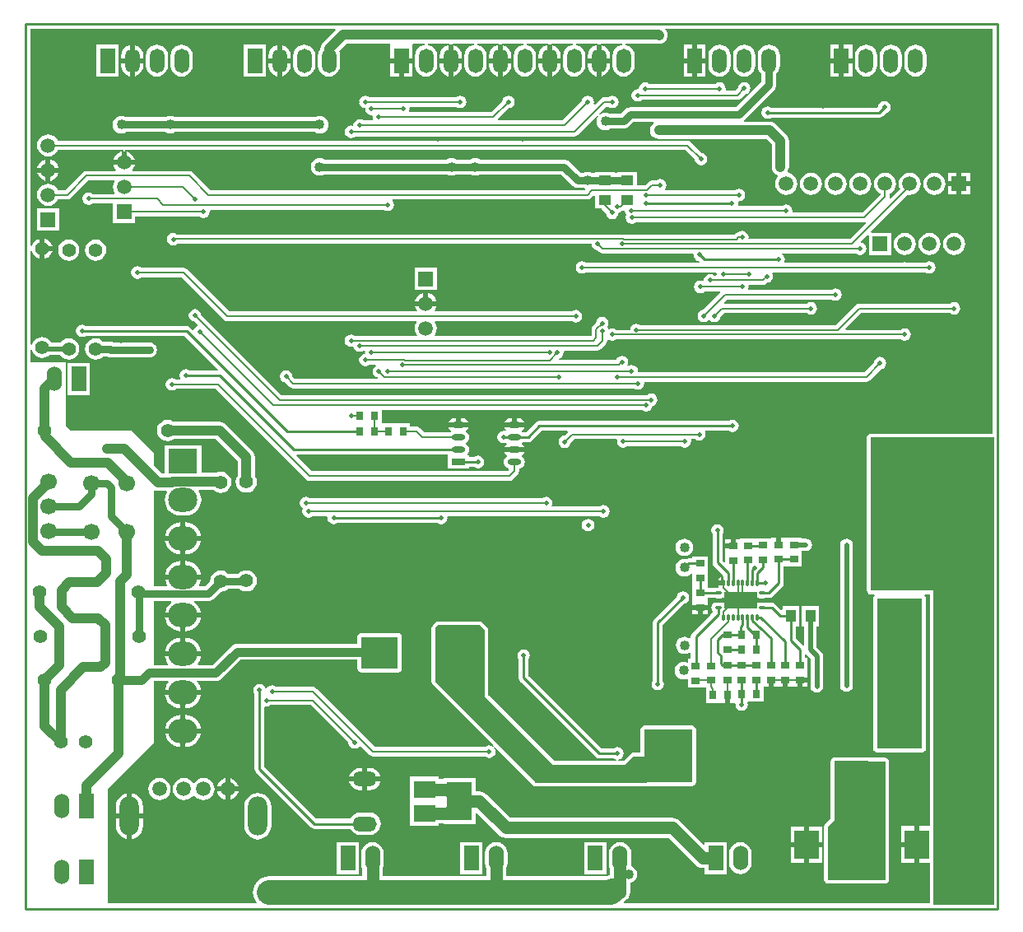
<source format=gbl>
%FSLAX25Y25*%
%MOIN*%
G70*
G01*
G75*
G04 Layer_Physical_Order=2*
G04 Layer_Color=16711680*
%ADD10R,0.03937X0.02362*%
%ADD11R,0.03347X0.02756*%
%ADD12O,0.06299X0.01181*%
%ADD13R,0.06299X0.01181*%
%ADD14O,0.01181X0.06299*%
%ADD15R,0.05118X0.03937*%
%ADD16R,0.10630X0.03937*%
%ADD17R,0.03937X0.05118*%
%ADD18R,0.03543X0.02126*%
%ADD19R,0.01969X0.06299*%
%ADD20R,0.14410X0.07874*%
%ADD21R,0.14410X0.09843*%
%ADD22R,0.09449X0.08268*%
%ADD23R,0.05000X0.06000*%
%ADD24R,0.02362X0.02362*%
%ADD25R,0.02362X0.02362*%
%ADD26R,0.02362X0.03937*%
%ADD27O,0.02362X0.06890*%
%ADD28R,0.11811X0.07480*%
%ADD29R,0.02756X0.03347*%
%ADD30R,0.10000X0.07500*%
%ADD31R,0.09843X0.15748*%
%ADD32R,0.08661X0.07087*%
%ADD33O,0.09843X0.05906*%
%ADD34O,0.03543X0.01969*%
%ADD35O,0.03543X0.01969*%
%ADD36R,0.03543X0.01969*%
%ADD37R,0.02559X0.05315*%
%ADD38R,0.20866X0.11024*%
%ADD39R,0.03937X0.10630*%
%ADD40R,0.21654X0.05630*%
%ADD41C,0.02000*%
%ADD42C,0.00800*%
%ADD43C,0.03000*%
%ADD44C,0.03500*%
%ADD45C,0.04000*%
%ADD46C,0.01000*%
%ADD47C,0.01500*%
%ADD48C,0.10000*%
%ADD49C,0.08000*%
%ADD50C,0.05000*%
%ADD51C,0.01200*%
%ADD52R,0.19200X0.07900*%
%ADD53R,0.58405X0.13100*%
%ADD54R,0.24300X1.56600*%
%ADD55R,0.50200X0.62200*%
%ADD56R,0.24100X0.17400*%
%ADD57R,0.25624X0.17093*%
%ADD58R,0.23600X0.17400*%
%ADD59R,0.05906X0.05906*%
%ADD60C,0.05906*%
%ADD61O,0.11811X0.09843*%
%ADD62R,0.11811X0.09843*%
%ADD63O,0.05906X0.09843*%
%ADD64R,0.05906X0.09843*%
%ADD65R,0.09843X0.11811*%
%ADD66O,0.09843X0.11811*%
%ADD67R,0.05906X0.05906*%
%ADD68C,0.06693*%
%ADD69C,0.05500*%
%ADD70O,0.07874X0.15748*%
%ADD71C,0.05512*%
%ADD72R,0.06000X0.10000*%
%ADD73O,0.06000X0.10000*%
%ADD74C,0.02000*%
%ADD75C,0.03000*%
%ADD76C,0.04000*%
%ADD77O,0.05500X0.02500*%
%ADD78R,0.05500X0.02500*%
%ADD79O,0.01181X0.02756*%
%ADD80O,0.02756X0.01181*%
%ADD81R,0.13386X0.07087*%
%ADD82R,0.15000X0.13000*%
%ADD83R,0.19400X0.21500*%
%ADD84R,0.18400X0.60700*%
%ADD85R,0.24600X1.31200*%
%ADD86R,0.50100X0.62100*%
G36*
X391662Y-165971D02*
X342277D01*
X341692Y-166087D01*
X341196Y-166419D01*
X340864Y-166915D01*
X340748Y-167500D01*
Y-229600D01*
X340864Y-230185D01*
X341196Y-230681D01*
X341692Y-231013D01*
X342277Y-231129D01*
X343716D01*
X343861Y-231608D01*
X343696Y-231719D01*
X343364Y-232215D01*
X343248Y-232800D01*
Y-293500D01*
X343364Y-294085D01*
X343696Y-294581D01*
X344192Y-294913D01*
X344777Y-295029D01*
X363177D01*
X363762Y-294913D01*
X364259Y-294581D01*
X364590Y-294085D01*
X364707Y-293500D01*
Y-232800D01*
X364590Y-232215D01*
X364259Y-231719D01*
X364093Y-231608D01*
X364238Y-231129D01*
X366148D01*
Y-324894D01*
X362109D01*
Y-332301D01*
Y-339705D01*
X366148D01*
Y-356262D01*
X242406D01*
X242214Y-355800D01*
X242264Y-355750D01*
X242682Y-355241D01*
X242794Y-355194D01*
X243630Y-354553D01*
X244271Y-353717D01*
X244674Y-352744D01*
X244812Y-351700D01*
Y-347947D01*
X245091Y-347910D01*
X245942Y-347557D01*
X246673Y-346996D01*
X247234Y-346265D01*
X247587Y-345414D01*
X247707Y-344500D01*
X247587Y-343586D01*
X247234Y-342735D01*
X246673Y-342004D01*
X245942Y-341443D01*
X245162Y-341120D01*
X245316Y-339950D01*
Y-335950D01*
X245161Y-334775D01*
X244708Y-333681D01*
X243987Y-332741D01*
X243047Y-332019D01*
X241952Y-331566D01*
X240777Y-331411D01*
X239602Y-331566D01*
X238508Y-332019D01*
X237568Y-332741D01*
X236846Y-333681D01*
X236393Y-334775D01*
X236238Y-335950D01*
Y-339950D01*
X236393Y-341125D01*
X236743Y-341969D01*
Y-344689D01*
X236372Y-344725D01*
X235146Y-345097D01*
X235013Y-345169D01*
X194662D01*
Y-341969D01*
X195011Y-341125D01*
X195166Y-339950D01*
Y-335950D01*
X195011Y-334775D01*
X194558Y-333681D01*
X193837Y-332741D01*
X192897Y-332019D01*
X191802Y-331566D01*
X190627Y-331411D01*
X189453Y-331566D01*
X188358Y-332019D01*
X187418Y-332741D01*
X186697Y-333681D01*
X186243Y-334775D01*
X186088Y-335950D01*
Y-339950D01*
X186243Y-341125D01*
X186593Y-341969D01*
Y-345169D01*
X144512D01*
Y-341969D01*
X144861Y-341125D01*
X145016Y-339950D01*
Y-335950D01*
X144861Y-334775D01*
X144408Y-333681D01*
X143687Y-332741D01*
X142747Y-332019D01*
X141652Y-331566D01*
X140477Y-331411D01*
X139303Y-331566D01*
X138208Y-332019D01*
X137268Y-332741D01*
X136547Y-333681D01*
X136093Y-334775D01*
X135938Y-335950D01*
Y-339950D01*
X136093Y-341125D01*
X136443Y-341969D01*
Y-345169D01*
X98577D01*
X97303Y-345294D01*
X96078Y-345666D01*
X94949Y-346269D01*
X93959Y-347082D01*
X93147Y-348071D01*
X92543Y-349201D01*
X92171Y-350426D01*
X92046Y-351700D01*
X92171Y-352974D01*
X92543Y-354200D01*
X93147Y-355329D01*
X93541Y-355810D01*
X93327Y-356262D01*
X33300D01*
Y-309800D01*
X51835Y-291265D01*
Y-266178D01*
X57649D01*
X57863Y-266630D01*
X57430Y-267157D01*
X56834Y-268273D01*
X56467Y-269483D01*
X56441Y-269742D01*
X71118D01*
X71092Y-269483D01*
X70725Y-268273D01*
X70129Y-267157D01*
X69326Y-266180D01*
X69326D01*
Y-266179D01*
Y-266179D01*
X69327Y-266178D01*
X69327Y-266178D01*
X77100D01*
X77524Y-266122D01*
X77948Y-266066D01*
X78344Y-265903D01*
X78739Y-265739D01*
X79418Y-265218D01*
X79418Y-265218D01*
X79418Y-265218D01*
X87058Y-257578D01*
X134371D01*
Y-261200D01*
X134487Y-261785D01*
X134819Y-262281D01*
X135315Y-262613D01*
X135900Y-262729D01*
X150900D01*
X151485Y-262613D01*
X151981Y-262281D01*
X152313Y-261785D01*
X152429Y-261200D01*
Y-248200D01*
X152313Y-247615D01*
X151981Y-247119D01*
X151485Y-246787D01*
X150900Y-246671D01*
X135900D01*
X135315Y-246787D01*
X134819Y-247119D01*
X134487Y-247615D01*
X134371Y-248200D01*
Y-251022D01*
X85700D01*
X84852Y-251134D01*
X84293Y-251365D01*
X84061Y-251461D01*
X83766Y-251687D01*
X83382Y-251982D01*
X75742Y-259622D01*
X69986D01*
X69773Y-259170D01*
X70129Y-258736D01*
X70725Y-257621D01*
X71092Y-256410D01*
X71118Y-256151D01*
X56441D01*
X56467Y-256410D01*
X56834Y-257621D01*
X57430Y-258736D01*
X57786Y-259170D01*
X57573Y-259622D01*
X51835D01*
Y-233917D01*
X58808D01*
X58976Y-234388D01*
X58233Y-234998D01*
X57430Y-235976D01*
X56834Y-237092D01*
X56467Y-238302D01*
X56441Y-238561D01*
X71118D01*
X71092Y-238302D01*
X70725Y-237092D01*
X70129Y-235976D01*
X69326Y-234998D01*
X68348Y-234196D01*
X68418Y-233917D01*
X73886D01*
X74669Y-233814D01*
X75399Y-233512D01*
X76025Y-233031D01*
X76025Y-233031D01*
X76025Y-233031D01*
X79065Y-229991D01*
X79077Y-229993D01*
X80188Y-229846D01*
X81223Y-229417D01*
X82112Y-228735D01*
X82120Y-228726D01*
X86460D01*
X87231Y-229317D01*
X88266Y-229746D01*
X89377Y-229893D01*
X90488Y-229746D01*
X91523Y-229317D01*
X92413Y-228635D01*
X93095Y-227746D01*
X93524Y-226711D01*
X93670Y-225600D01*
X93524Y-224489D01*
X93095Y-223454D01*
X92413Y-222565D01*
X91523Y-221883D01*
X90488Y-221454D01*
X89377Y-221307D01*
X88266Y-221454D01*
X87231Y-221883D01*
X86342Y-222565D01*
X86258Y-222674D01*
X82120D01*
X82112Y-222665D01*
X81223Y-221983D01*
X80188Y-221554D01*
X79077Y-221407D01*
X77966Y-221554D01*
X76931Y-221983D01*
X76042Y-222665D01*
X75360Y-223554D01*
X74931Y-224589D01*
X74785Y-225700D01*
X74786Y-225712D01*
X72632Y-227866D01*
X70449D01*
X70192Y-227437D01*
X70725Y-226439D01*
X71092Y-225229D01*
X71118Y-224970D01*
X56441D01*
X56467Y-225229D01*
X56834Y-226439D01*
X57367Y-227437D01*
X57110Y-227866D01*
X51835D01*
Y-189207D01*
X52251Y-188929D01*
X52686Y-189110D01*
X53600Y-189230D01*
X56930D01*
X57187Y-189659D01*
X56834Y-190320D01*
X56467Y-191530D01*
X56343Y-192789D01*
X56467Y-194048D01*
X56834Y-195258D01*
X57430Y-196374D01*
X58233Y-197352D01*
X59211Y-198154D01*
X60326Y-198750D01*
X61537Y-199117D01*
X62795Y-199241D01*
X64764D01*
X66023Y-199117D01*
X67233Y-198750D01*
X68348Y-198154D01*
X69326Y-197352D01*
X70129Y-196374D01*
X70725Y-195258D01*
X71092Y-194048D01*
X71216Y-192789D01*
X71092Y-191530D01*
X70725Y-190320D01*
X70129Y-189204D01*
X70274Y-188898D01*
X76254D01*
X76931Y-189418D01*
X77966Y-189846D01*
X79077Y-189993D01*
X80188Y-189846D01*
X81223Y-189418D01*
X82112Y-188735D01*
X82795Y-187846D01*
X83224Y-186811D01*
X83370Y-185700D01*
X83224Y-184589D01*
X82795Y-183554D01*
X82112Y-182665D01*
X81223Y-181983D01*
X80188Y-181554D01*
X79077Y-181407D01*
X77966Y-181554D01*
X77281Y-181838D01*
X71185D01*
Y-170777D01*
X56374D01*
Y-182170D01*
X55062D01*
X51835Y-178942D01*
Y-173635D01*
X42900Y-164700D01*
X18200D01*
X16200Y-162700D01*
Y-137200D01*
X2039D01*
Y-132276D01*
X2531Y-132211D01*
X2960Y-133246D01*
X3642Y-134135D01*
X4531Y-134818D01*
X5566Y-135246D01*
X6677Y-135393D01*
X7788Y-135246D01*
X8823Y-134818D01*
X9564Y-134249D01*
X14069D01*
X14442Y-134735D01*
X15331Y-135417D01*
X16366Y-135846D01*
X17477Y-135993D01*
X18588Y-135846D01*
X19624Y-135417D01*
X20513Y-134735D01*
X21195Y-133846D01*
X21624Y-132811D01*
X21770Y-131700D01*
X21624Y-130589D01*
X21195Y-129554D01*
X20513Y-128665D01*
X19624Y-127982D01*
X18588Y-127554D01*
X17477Y-127407D01*
X16366Y-127554D01*
X15331Y-127982D01*
X14442Y-128665D01*
X14069Y-129151D01*
X10476D01*
X10395Y-128954D01*
X9713Y-128065D01*
X8823Y-127383D01*
X7788Y-126954D01*
X6677Y-126807D01*
X5566Y-126954D01*
X4531Y-127383D01*
X3642Y-128065D01*
X2960Y-128954D01*
X2531Y-129989D01*
X2039Y-129924D01*
Y-92276D01*
X2531Y-92211D01*
X2960Y-93246D01*
X3642Y-94135D01*
X4531Y-94818D01*
X5566Y-95246D01*
X5677Y-95261D01*
Y-91101D01*
Y-86939D01*
X5566Y-86954D01*
X4531Y-87383D01*
X3642Y-88065D01*
X2960Y-88954D01*
X2531Y-89989D01*
X2039Y-89924D01*
Y-2072D01*
X125382D01*
X125573Y-2534D01*
X120381Y-7727D01*
X119820Y-8458D01*
X119467Y-9309D01*
X119347Y-10223D01*
Y-10318D01*
X118988Y-10786D01*
X118539Y-11869D01*
X118386Y-13032D01*
Y-16969D01*
X118539Y-18131D01*
X118988Y-19214D01*
X119702Y-20144D01*
X120632Y-20858D01*
X121715Y-21307D01*
X122877Y-21460D01*
X124040Y-21307D01*
X125123Y-20858D01*
X126053Y-20144D01*
X126767Y-19214D01*
X127215Y-18131D01*
X127368Y-16969D01*
Y-13032D01*
X127215Y-11869D01*
X126925Y-11168D01*
X129962Y-8130D01*
X147724D01*
Y-8579D01*
X147724D01*
Y-14000D01*
X156630D01*
Y-8579D01*
X156630D01*
Y-8484D01*
X156983Y-8130D01*
X161470D01*
X161503Y-8629D01*
X161015Y-8693D01*
X159932Y-9142D01*
X159002Y-9856D01*
X158288Y-10786D01*
X157839Y-11869D01*
X157686Y-13032D01*
Y-16969D01*
X157839Y-18131D01*
X158288Y-19214D01*
X159002Y-20144D01*
X159932Y-20858D01*
X161015Y-21307D01*
X162177Y-21460D01*
X163340Y-21307D01*
X164423Y-20858D01*
X165353Y-20144D01*
X166067Y-19214D01*
X166515Y-18131D01*
X166668Y-16969D01*
Y-13032D01*
X166515Y-11869D01*
X166067Y-10786D01*
X165353Y-9856D01*
X164423Y-9142D01*
X163340Y-8693D01*
X162852Y-8629D01*
X162884Y-8130D01*
X171470D01*
X171503Y-8629D01*
X172177Y-8540D01*
X172852Y-8629D01*
X172885Y-8130D01*
X181470D01*
X181503Y-8629D01*
X181015Y-8693D01*
X179932Y-9142D01*
X179001Y-9856D01*
X178288Y-10786D01*
X177839Y-11869D01*
X177686Y-13032D01*
Y-16969D01*
X177839Y-18131D01*
X178288Y-19214D01*
X179001Y-20144D01*
X179932Y-20858D01*
X181015Y-21307D01*
X182177Y-21460D01*
X183340Y-21307D01*
X184423Y-20858D01*
X185353Y-20144D01*
X186067Y-19214D01*
X186515Y-18131D01*
X186668Y-16969D01*
Y-13032D01*
X186515Y-11869D01*
X186067Y-10786D01*
X185353Y-9856D01*
X184423Y-9142D01*
X183340Y-8693D01*
X182852Y-8629D01*
X182885Y-8130D01*
X191470D01*
X191503Y-8629D01*
X192177Y-8540D01*
X192852Y-8629D01*
X192885Y-8130D01*
X201470D01*
X201503Y-8629D01*
X201015Y-8693D01*
X199932Y-9142D01*
X199002Y-9856D01*
X198288Y-10786D01*
X197839Y-11869D01*
X197686Y-13032D01*
Y-16969D01*
X197839Y-18131D01*
X198288Y-19214D01*
X199002Y-20144D01*
X199932Y-20858D01*
X201015Y-21307D01*
X202177Y-21460D01*
X203340Y-21307D01*
X204423Y-20858D01*
X205353Y-20144D01*
X206067Y-19214D01*
X206515Y-18131D01*
X206668Y-16969D01*
Y-13032D01*
X206515Y-11869D01*
X206067Y-10786D01*
X205353Y-9856D01*
X204423Y-9142D01*
X203340Y-8693D01*
X202852Y-8629D01*
X202885Y-8130D01*
X211470D01*
X211503Y-8629D01*
X212177Y-8540D01*
X212852Y-8629D01*
X212884Y-8130D01*
X221470D01*
X221503Y-8629D01*
X221015Y-8693D01*
X219932Y-9142D01*
X219002Y-9856D01*
X218288Y-10786D01*
X217839Y-11869D01*
X217686Y-13032D01*
Y-16969D01*
X217839Y-18131D01*
X218288Y-19214D01*
X219002Y-20144D01*
X219932Y-20858D01*
X221015Y-21307D01*
X222177Y-21460D01*
X223340Y-21307D01*
X224423Y-20858D01*
X225353Y-20144D01*
X226067Y-19214D01*
X226515Y-18131D01*
X226668Y-16969D01*
Y-13032D01*
X226515Y-11869D01*
X226067Y-10786D01*
X225353Y-9856D01*
X224423Y-9142D01*
X223340Y-8693D01*
X222852Y-8629D01*
X222884Y-8130D01*
X231470D01*
X231503Y-8629D01*
X232177Y-8540D01*
X232852Y-8629D01*
X232885Y-8130D01*
X241470D01*
X241503Y-8629D01*
X241015Y-8693D01*
X239932Y-9142D01*
X239001Y-9856D01*
X238288Y-10786D01*
X237839Y-11869D01*
X237686Y-13032D01*
Y-16969D01*
X237839Y-18131D01*
X238288Y-19214D01*
X239001Y-20144D01*
X239932Y-20858D01*
X241015Y-21307D01*
X242177Y-21460D01*
X243340Y-21307D01*
X244423Y-20858D01*
X245353Y-20144D01*
X246067Y-19214D01*
X246515Y-18131D01*
X246668Y-16969D01*
Y-13032D01*
X246515Y-11869D01*
X246067Y-10786D01*
X245353Y-9856D01*
X244423Y-9142D01*
X243340Y-8693D01*
X242852Y-8629D01*
X242884Y-8130D01*
X255740D01*
X256500Y-8230D01*
X257414Y-8110D01*
X258265Y-7757D01*
X258996Y-7196D01*
X259557Y-6465D01*
X259910Y-5614D01*
X260030Y-4700D01*
X259910Y-3786D01*
X259557Y-2935D01*
X258996Y-2204D01*
X258896Y-2104D01*
X258907Y-2072D01*
X391662D01*
Y-165971D01*
D02*
G37*
%LPC*%
G36*
X64780Y-217519D02*
Y-222970D01*
X71118D01*
X71092Y-222711D01*
X70725Y-221501D01*
X70129Y-220386D01*
X69326Y-219408D01*
X68348Y-218605D01*
X67233Y-218009D01*
X66023Y-217642D01*
X64780Y-217519D01*
D02*
G37*
G36*
X266850Y-208511D02*
X265936Y-208631D01*
X265085Y-208984D01*
X264353Y-209545D01*
X263792Y-210276D01*
X263440Y-211127D01*
X263319Y-212041D01*
X263440Y-212955D01*
X263792Y-213806D01*
X264353Y-214537D01*
X265085Y-215098D01*
X265936Y-215451D01*
X266850Y-215571D01*
X267763Y-215451D01*
X268615Y-215098D01*
X269346Y-214537D01*
X269907Y-213806D01*
X270259Y-212955D01*
X270380Y-212041D01*
X270259Y-211127D01*
X269907Y-210276D01*
X269346Y-209545D01*
X268615Y-208984D01*
X267763Y-208631D01*
X266850Y-208511D01*
D02*
G37*
G36*
X281587Y-223977D02*
X281080Y-224316D01*
X280618Y-225007D01*
X280498Y-225610D01*
X281587D01*
Y-223977D01*
D02*
G37*
G36*
X62780Y-217519D02*
X61537Y-217642D01*
X60326Y-218009D01*
X59211Y-218605D01*
X58233Y-219408D01*
X57430Y-220386D01*
X56834Y-221501D01*
X56467Y-222711D01*
X56441Y-222970D01*
X62780D01*
Y-217519D01*
D02*
G37*
G36*
X280177Y-202651D02*
X279202Y-202845D01*
X278375Y-203398D01*
X277822Y-204224D01*
X277628Y-205200D01*
X277822Y-206175D01*
X278138Y-206648D01*
Y-218200D01*
X278138Y-218200D01*
X278138D01*
X278293Y-218980D01*
X278735Y-219642D01*
X282377Y-223284D01*
X282232Y-223762D01*
X282517Y-223705D01*
Y-225359D01*
X282424Y-225823D01*
Y-226611D01*
Y-227398D01*
X282467Y-227610D01*
X280498D01*
X280582Y-228029D01*
X280264Y-228416D01*
X279832D01*
X279367Y-228508D01*
X276350D01*
Y-227617D01*
X276350D01*
Y-227484D01*
X276450Y-227383D01*
X276450D01*
Y-221831D01*
X276450Y-221831D01*
D01*
D01*
X276450Y-221628D01*
Y-221612D01*
Y-221553D01*
X276450Y-221478D01*
X276450Y-221274D01*
X276450Y-221274D01*
X276450D01*
Y-215722D01*
X270104D01*
Y-216561D01*
X268533D01*
X267753Y-216716D01*
X267558Y-216846D01*
X266850Y-216753D01*
X265936Y-216874D01*
X265085Y-217226D01*
X264353Y-217787D01*
X263792Y-218518D01*
X263440Y-219370D01*
X263319Y-220283D01*
X263440Y-221197D01*
X263792Y-222048D01*
X264353Y-222780D01*
X265085Y-223341D01*
X265936Y-223693D01*
X266850Y-223814D01*
X267763Y-223693D01*
X268615Y-223341D01*
X269346Y-222780D01*
X269631Y-222409D01*
X270104Y-222569D01*
Y-227383D01*
X270104D01*
Y-227517D01*
X270004Y-227617D01*
X270004D01*
Y-233169D01*
X270004Y-233169D01*
X270004D01*
X270004Y-233372D01*
Y-233522D01*
D01*
D01*
D01*
X270004D01*
D01*
Y-235400D01*
X276350D01*
Y-233726D01*
X276350Y-233726D01*
D01*
D01*
X276350Y-233522D01*
Y-233506D01*
Y-233447D01*
X276350Y-233372D01*
X276350Y-233169D01*
X276350Y-233169D01*
X276350D01*
Y-232586D01*
X279367D01*
X279832Y-232679D01*
X281284D01*
Y-232679D01*
X281406D01*
X282222Y-232517D01*
X282247Y-232500D01*
X296707D01*
X296732Y-232517D01*
X297548Y-232679D01*
X297670D01*
Y-232679D01*
X299123D01*
X299587Y-232586D01*
X301030D01*
X301810Y-232431D01*
X302472Y-231989D01*
X306419Y-228042D01*
X306861Y-227380D01*
X307016Y-226600D01*
X307016Y-226600D01*
X307016Y-226600D01*
Y-226600D01*
Y-219783D01*
X314350D01*
Y-214028D01*
D01*
Y-214028D01*
X314351Y-214028D01*
Y-213878D01*
D01*
X314350Y-213549D01*
X316077D01*
X317053Y-213355D01*
X317880Y-212802D01*
X318432Y-211976D01*
X318626Y-211000D01*
X318432Y-210024D01*
X317880Y-209198D01*
X317053Y-208645D01*
X316077Y-208451D01*
X314350D01*
Y-208122D01*
X305977D01*
Y-211001D01*
X303977D01*
Y-208122D01*
X301804D01*
Y-208322D01*
X295604D01*
Y-208422D01*
X289304D01*
Y-208717D01*
X287477D01*
Y-211596D01*
X286478D01*
Y-212595D01*
X283304D01*
Y-214472D01*
X283304Y-214472D01*
X283304Y-214622D01*
X283304D01*
Y-217790D01*
X282842Y-217981D01*
X282216Y-217355D01*
Y-206648D01*
X282532Y-206175D01*
X282726Y-205200D01*
X282532Y-204224D01*
X281980Y-203398D01*
X281153Y-202845D01*
X280177Y-202651D01*
D02*
G37*
G36*
X285477Y-208717D02*
X283304D01*
Y-210595D01*
X285477D01*
Y-208717D01*
D02*
G37*
G36*
X62780Y-209380D02*
X56441D01*
X56467Y-209638D01*
X56834Y-210849D01*
X57430Y-211964D01*
X58233Y-212942D01*
X59211Y-213744D01*
X60326Y-214341D01*
X61537Y-214708D01*
X62780Y-214830D01*
Y-209380D01*
D02*
G37*
G36*
X71118D02*
X64780D01*
Y-214830D01*
X66023Y-214708D01*
X67233Y-214341D01*
X68348Y-213744D01*
X69326Y-212942D01*
X70129Y-211964D01*
X70725Y-210849D01*
X71092Y-209638D01*
X71118Y-209380D01*
D02*
G37*
G36*
X297670Y-234321D02*
X297548D01*
X296732Y-234483D01*
X296707Y-234500D01*
X282247D01*
X282222Y-234483D01*
X281406Y-234321D01*
X281284D01*
Y-234321D01*
X279832D01*
X279016Y-234484D01*
X278324Y-234946D01*
X277862Y-235637D01*
X277700Y-236453D01*
X277862Y-237268D01*
X278324Y-237960D01*
X277299Y-239494D01*
X270035Y-246758D01*
X269593Y-247420D01*
X269438Y-248200D01*
Y-248688D01*
X268990Y-248909D01*
X268642Y-248643D01*
X267791Y-248290D01*
X266877Y-248170D01*
X265964Y-248290D01*
X265112Y-248643D01*
X264381Y-249204D01*
X263820Y-249935D01*
X263467Y-250786D01*
X263347Y-251700D01*
X263467Y-252614D01*
X263820Y-253465D01*
X264381Y-254196D01*
X265112Y-254757D01*
X265964Y-255110D01*
X266877Y-255230D01*
X267791Y-255110D01*
X268642Y-254757D01*
X268990Y-254491D01*
X269438Y-254712D01*
Y-257222D01*
X268227D01*
Y-258386D01*
X267811Y-258664D01*
X267391Y-258490D01*
X266477Y-258370D01*
X265564Y-258490D01*
X264712Y-258843D01*
X263981Y-259404D01*
X263420Y-260135D01*
X263067Y-260986D01*
X262947Y-261900D01*
X263067Y-262814D01*
X263420Y-263665D01*
X263981Y-264396D01*
X264712Y-264957D01*
X265564Y-265310D01*
X266477Y-265430D01*
X267391Y-265310D01*
X267811Y-265136D01*
X268227Y-265414D01*
Y-268883D01*
X274573D01*
Y-268783D01*
X275522D01*
Y-274973D01*
X281278D01*
X281278Y-274973D01*
Y-274973D01*
X281278D01*
X281428D01*
X281631Y-274973D01*
X281632Y-274973D01*
Y-274973D01*
X283306D01*
Y-271799D01*
X285306D01*
Y-274973D01*
X287183D01*
X287183Y-274973D01*
Y-274973D01*
X287307Y-274998D01*
X287585Y-275414D01*
X287528Y-275700D01*
X287722Y-276676D01*
X288275Y-277502D01*
X289102Y-278055D01*
X290077Y-278249D01*
X291053Y-278055D01*
X291880Y-277502D01*
X292432Y-276676D01*
X292626Y-275700D01*
X292432Y-274725D01*
X292513Y-274573D01*
X292955D01*
Y-274573D01*
X292955D01*
X292955Y-274573D01*
X293105D01*
Y-274573D01*
X298861D01*
Y-268578D01*
X300802D01*
Y-265699D01*
X302802D01*
Y-268578D01*
X304466D01*
Y-268578D01*
X306640D01*
Y-265699D01*
X308640D01*
Y-268578D01*
X312477D01*
Y-265699D01*
X313476D01*
Y-264700D01*
X316650D01*
Y-263026D01*
X316650Y-263026D01*
D01*
D01*
X316650Y-262822D01*
Y-262806D01*
Y-262747D01*
X316650Y-262672D01*
X316650Y-262469D01*
X316650Y-262469D01*
X316650D01*
Y-256916D01*
X315516D01*
Y-255241D01*
X315995Y-255096D01*
X316049Y-255176D01*
X318028Y-257156D01*
Y-267897D01*
X317928Y-268400D01*
X318122Y-269375D01*
X318675Y-270202D01*
X319502Y-270755D01*
X320477Y-270949D01*
X321453Y-270755D01*
X322280Y-270202D01*
X322320Y-270143D01*
X322380Y-270102D01*
X322932Y-269275D01*
X323126Y-268300D01*
Y-256100D01*
X322932Y-255124D01*
X322380Y-254298D01*
X320400Y-252318D01*
Y-243959D01*
X321320D01*
Y-235841D01*
X314383D01*
Y-243959D01*
X315302D01*
Y-251588D01*
X314840Y-251779D01*
X312016Y-248955D01*
Y-243959D01*
X313446D01*
Y-235841D01*
X306509D01*
Y-237194D01*
X306047Y-237386D01*
X303672Y-235011D01*
X303010Y-234569D01*
X302230Y-234414D01*
X299587D01*
X299123Y-234321D01*
X297670D01*
Y-234321D01*
D02*
G37*
G36*
X62780Y-248701D02*
X61537Y-248823D01*
X60326Y-249190D01*
X59211Y-249786D01*
X58233Y-250589D01*
X57430Y-251567D01*
X56834Y-252682D01*
X56467Y-253893D01*
X56441Y-254151D01*
X62780D01*
Y-248701D01*
D02*
G37*
G36*
X64780D02*
Y-254151D01*
X71118D01*
X71092Y-253893D01*
X70725Y-252682D01*
X70129Y-251567D01*
X69326Y-250589D01*
X68348Y-249786D01*
X67233Y-249190D01*
X66023Y-248823D01*
X64780Y-248701D01*
D02*
G37*
G36*
X266177Y-229851D02*
X265202Y-230045D01*
X264375Y-230598D01*
X263822Y-231424D01*
X263711Y-231982D01*
X254635Y-241058D01*
X254193Y-241720D01*
X254038Y-242500D01*
Y-265952D01*
X253722Y-266424D01*
X253528Y-267400D01*
X253722Y-268375D01*
X254275Y-269202D01*
X255102Y-269755D01*
X256077Y-269949D01*
X257053Y-269755D01*
X257880Y-269202D01*
X258432Y-268375D01*
X258626Y-267400D01*
X258432Y-266424D01*
X258116Y-265952D01*
Y-243345D01*
X266595Y-234866D01*
X267153Y-234755D01*
X267980Y-234202D01*
X268532Y-233376D01*
X268726Y-232400D01*
X268532Y-231424D01*
X267980Y-230598D01*
X267153Y-230045D01*
X266177Y-229851D01*
D02*
G37*
G36*
X316650Y-266700D02*
X314477D01*
Y-268578D01*
X316650D01*
Y-266700D01*
D02*
G37*
G36*
X272177Y-237400D02*
X270004D01*
Y-239278D01*
X272177D01*
Y-237400D01*
D02*
G37*
G36*
X276350D02*
X274177D01*
Y-239278D01*
X276350D01*
Y-237400D01*
D02*
G37*
G36*
X62780Y-240561D02*
X56441D01*
X56467Y-240820D01*
X56834Y-242030D01*
X57430Y-243146D01*
X58233Y-244123D01*
X59211Y-244926D01*
X60326Y-245522D01*
X61537Y-245889D01*
X62780Y-246012D01*
Y-240561D01*
D02*
G37*
G36*
X71118D02*
X64780D01*
Y-246012D01*
X66023Y-245889D01*
X67233Y-245522D01*
X68348Y-244926D01*
X69326Y-244123D01*
X70129Y-243146D01*
X70725Y-242030D01*
X71092Y-240820D01*
X71118Y-240561D01*
D02*
G37*
G36*
X62780Y-201929D02*
X61537Y-202051D01*
X60326Y-202418D01*
X59211Y-203015D01*
X58233Y-203817D01*
X57430Y-204795D01*
X56834Y-205910D01*
X56467Y-207121D01*
X56441Y-207380D01*
X62780D01*
Y-201929D01*
D02*
G37*
G36*
X68600Y-115551D02*
X67624Y-115745D01*
X66798Y-116298D01*
X66245Y-117124D01*
X66051Y-118100D01*
X66245Y-119076D01*
X66798Y-119902D01*
X67624Y-120455D01*
X68362Y-120602D01*
X69651Y-121891D01*
X69602Y-122388D01*
X68814Y-122914D01*
X68262Y-123741D01*
X68243Y-123836D01*
X67765Y-123981D01*
X66742Y-122958D01*
X66080Y-122516D01*
X65300Y-122361D01*
X24425D01*
X24367Y-122322D01*
X23953Y-122045D01*
X22977Y-121851D01*
X22002Y-122045D01*
X21175Y-122598D01*
X20622Y-123424D01*
X20428Y-124400D01*
X20622Y-125375D01*
X21175Y-126202D01*
X22002Y-126755D01*
X22977Y-126949D01*
X23953Y-126755D01*
X24261Y-126549D01*
X24425Y-126439D01*
X64455D01*
X77995Y-139979D01*
X77804Y-140441D01*
X66368D01*
X65895Y-140125D01*
X64920Y-139931D01*
X63944Y-140125D01*
X63117Y-140678D01*
X62565Y-141505D01*
X62371Y-142480D01*
X62565Y-143456D01*
X62676Y-143622D01*
X62440Y-144063D01*
X60901D01*
X60276Y-143645D01*
X59300Y-143451D01*
X58325Y-143645D01*
X57498Y-144198D01*
X56945Y-145025D01*
X56751Y-146000D01*
X56945Y-146976D01*
X57498Y-147802D01*
X58325Y-148355D01*
X59300Y-148549D01*
X60276Y-148355D01*
X60901Y-147937D01*
X77098D01*
X113730Y-184570D01*
X113730D01*
X113730Y-184570D01*
X113730Y-184570D01*
Y-184570D01*
X114359Y-184990D01*
X115100Y-185137D01*
X196000D01*
X196741Y-184990D01*
X197370Y-184570D01*
X197370Y-184570D01*
X197370Y-184570D01*
X199308Y-182632D01*
X199728Y-182003D01*
X199875Y-181262D01*
X199875Y-181262D01*
X199875Y-181262D01*
Y-181262D01*
Y-180216D01*
X200156Y-180179D01*
X200825Y-179902D01*
X201399Y-179461D01*
X201840Y-178887D01*
X202117Y-178218D01*
X202212Y-177500D01*
X202117Y-176782D01*
X201840Y-176113D01*
X201399Y-175539D01*
X200825Y-175098D01*
Y-174902D01*
X201399Y-174461D01*
X201840Y-173887D01*
X202000Y-173500D01*
X193876D01*
X194036Y-173887D01*
X194476Y-174461D01*
X194853Y-174750D01*
Y-175250D01*
X194476Y-175539D01*
X194036Y-176113D01*
X193759Y-176782D01*
X193664Y-177500D01*
X193759Y-178218D01*
X194036Y-178887D01*
X194476Y-179461D01*
X195051Y-179902D01*
X195701Y-180171D01*
X195713Y-180232D01*
X195635Y-180825D01*
X195198Y-181263D01*
X115902D01*
X109641Y-175001D01*
X109832Y-174539D01*
X171050D01*
Y-174750D01*
X171050D01*
Y-180250D01*
X179550D01*
Y-179539D01*
X181754D01*
X182225Y-179854D01*
X183200Y-180048D01*
X184176Y-179854D01*
X185002Y-179301D01*
X185555Y-178474D01*
X185749Y-177499D01*
X185555Y-176523D01*
X185002Y-175696D01*
X184176Y-175144D01*
X183200Y-174950D01*
X182225Y-175144D01*
X181750Y-175461D01*
X179550D01*
Y-174750D01*
X179105D01*
X178884Y-174302D01*
X179202Y-173887D01*
X179479Y-173218D01*
X179574Y-172500D01*
X179479Y-171782D01*
X179202Y-171113D01*
X178761Y-170539D01*
X178187Y-170098D01*
Y-169902D01*
X178761Y-169461D01*
X179202Y-168887D01*
X179479Y-168218D01*
X179574Y-167500D01*
X179479Y-166782D01*
X179202Y-166113D01*
X178761Y-165539D01*
X178187Y-165098D01*
Y-164902D01*
X178761Y-164461D01*
X179202Y-163887D01*
X179362Y-163500D01*
X171238D01*
X171398Y-163887D01*
X171839Y-164461D01*
X172215Y-164750D01*
Y-165250D01*
X171839Y-165539D01*
X171820Y-165563D01*
X161502D01*
X159570Y-163630D01*
X158941Y-163210D01*
X158200Y-163063D01*
X155778D01*
Y-161827D01*
X150022D01*
D01*
D01*
X150022Y-161827D01*
X149873D01*
Y-161827D01*
X144184D01*
Y-156387D01*
X249725D01*
X250425Y-156855D01*
X251400Y-157049D01*
X252376Y-156855D01*
X253202Y-156302D01*
X253755Y-155475D01*
X253902Y-154736D01*
X254309Y-154655D01*
X255135Y-154102D01*
X255688Y-153276D01*
X255882Y-152300D01*
X255688Y-151324D01*
X255135Y-150498D01*
X254309Y-149945D01*
X253333Y-149751D01*
X252358Y-149945D01*
X251732Y-150363D01*
X103602D01*
X71102Y-117862D01*
X70955Y-117124D01*
X70402Y-116298D01*
X69576Y-115745D01*
X68600Y-115551D01*
D02*
G37*
G36*
X45200Y-98251D02*
X44225Y-98445D01*
X43398Y-98998D01*
X42845Y-99825D01*
X42651Y-100800D01*
X42845Y-101776D01*
X43398Y-102602D01*
X44225Y-103155D01*
X45200Y-103349D01*
X46176Y-103155D01*
X46801Y-102737D01*
X63198D01*
X80330Y-119870D01*
X80959Y-120290D01*
X81700Y-120437D01*
X158173D01*
X158394Y-120886D01*
X158188Y-121154D01*
X157739Y-122238D01*
X157586Y-123400D01*
X157739Y-124562D01*
X158188Y-125646D01*
X158471Y-126014D01*
X158249Y-126463D01*
X133401D01*
X132775Y-126045D01*
X131800Y-125851D01*
X130824Y-126045D01*
X129998Y-126598D01*
X129445Y-127425D01*
X129251Y-128400D01*
X129445Y-129376D01*
X129998Y-130202D01*
X130824Y-130755D01*
X131800Y-130949D01*
X132473Y-130815D01*
X132889Y-131093D01*
X132945Y-131376D01*
X133498Y-132202D01*
X134325Y-132755D01*
X135300Y-132949D01*
X136275Y-132755D01*
X136901Y-132337D01*
X137189D01*
X137506Y-132724D01*
X137451Y-133000D01*
X137581Y-133655D01*
X136625Y-133845D01*
X135798Y-134398D01*
X135245Y-135224D01*
X135051Y-136200D01*
X135245Y-137176D01*
X135798Y-138002D01*
X136625Y-138555D01*
X137600Y-138749D01*
X138575Y-138555D01*
X139201Y-138137D01*
X141724D01*
X141869Y-138616D01*
X141298Y-138998D01*
X140745Y-139824D01*
X140551Y-140800D01*
X140745Y-141776D01*
X141298Y-142602D01*
X142124Y-143155D01*
X142679Y-143265D01*
X142630Y-143763D01*
X109102D01*
X108002Y-142662D01*
X107855Y-141925D01*
X107302Y-141098D01*
X106475Y-140545D01*
X105500Y-140351D01*
X104525Y-140545D01*
X103698Y-141098D01*
X103145Y-141925D01*
X102951Y-142900D01*
X103145Y-143876D01*
X103698Y-144702D01*
X104525Y-145255D01*
X105262Y-145402D01*
X106930Y-147070D01*
X107559Y-147490D01*
X108300Y-147637D01*
X246499D01*
X247125Y-148055D01*
X248100Y-148249D01*
X249076Y-148055D01*
X249902Y-147502D01*
X250455Y-146676D01*
X250649Y-145700D01*
X250561Y-145260D01*
X250788Y-144984D01*
X340554D01*
X341295Y-144836D01*
X341923Y-144416D01*
X341923Y-144416D01*
X341923Y-144416D01*
X346338Y-140002D01*
X347076Y-139855D01*
X347902Y-139302D01*
X348455Y-138476D01*
X348649Y-137500D01*
X348455Y-136524D01*
X347902Y-135698D01*
X347076Y-135145D01*
X346100Y-134951D01*
X345125Y-135145D01*
X344298Y-135698D01*
X343745Y-136524D01*
X343598Y-137262D01*
X339751Y-141109D01*
X248313D01*
X247995Y-140723D01*
X248008Y-140659D01*
X247814Y-139684D01*
X247262Y-138857D01*
X246434Y-138304D01*
X245459Y-138110D01*
X244484Y-138304D01*
X244057Y-138590D01*
X243703Y-138236D01*
X243877Y-137976D01*
X244071Y-137000D01*
X243877Y-136024D01*
X243324Y-135198D01*
X242497Y-134645D01*
X241522Y-134451D01*
X240547Y-134645D01*
X239720Y-135198D01*
X239167Y-136024D01*
X239140Y-136163D01*
X215870D01*
X215821Y-135665D01*
X216375Y-135555D01*
X217202Y-135002D01*
X217755Y-134176D01*
X217949Y-133200D01*
X217854Y-132724D01*
X218171Y-132337D01*
X231700D01*
X232441Y-132190D01*
X233070Y-131770D01*
X234970Y-129870D01*
X235390Y-129241D01*
X235537Y-128500D01*
Y-128089D01*
X235978Y-127853D01*
X236625Y-128285D01*
X237600Y-128479D01*
X238576Y-128285D01*
X239201Y-127867D01*
X354499D01*
X355124Y-128285D01*
X356100Y-128479D01*
X357076Y-128285D01*
X357902Y-127732D01*
X358455Y-126905D01*
X358649Y-125930D01*
X358455Y-124954D01*
X357902Y-124127D01*
X357076Y-123575D01*
X356100Y-123381D01*
X355124Y-123575D01*
X354525Y-123976D01*
X354499Y-123993D01*
X332300D01*
X332109Y-123531D01*
X338402Y-117237D01*
X374499D01*
X375125Y-117655D01*
X376100Y-117849D01*
X377076Y-117655D01*
X377902Y-117102D01*
X378455Y-116276D01*
X378649Y-115300D01*
X378455Y-114324D01*
X377902Y-113498D01*
X377076Y-112945D01*
X376100Y-112751D01*
X375125Y-112945D01*
X374499Y-113363D01*
X337600D01*
X336859Y-113510D01*
X336230Y-113930D01*
X328098Y-122063D01*
X249001D01*
X248376Y-121645D01*
X247400Y-121451D01*
X246425Y-121645D01*
X245598Y-122198D01*
X245045Y-123024D01*
X244852Y-123993D01*
X239201D01*
X238576Y-123575D01*
X237600Y-123381D01*
X236625Y-123575D01*
X236415Y-123715D01*
X235955Y-123524D01*
X235488Y-122825D01*
X235855Y-122275D01*
X236049Y-121300D01*
X235855Y-120325D01*
X235302Y-119498D01*
X234475Y-118945D01*
X233500Y-118751D01*
X232524Y-118945D01*
X231698Y-119498D01*
X231145Y-120325D01*
X230998Y-121062D01*
X229738Y-122322D01*
X229319Y-122950D01*
X229171Y-123692D01*
Y-126289D01*
X228998Y-126463D01*
X165905D01*
X165684Y-126014D01*
X165967Y-125646D01*
X166415Y-124562D01*
X166568Y-123400D01*
X166415Y-122238D01*
X165967Y-121154D01*
X165760Y-120886D01*
X165982Y-120437D01*
X221199D01*
X221825Y-120855D01*
X222800Y-121049D01*
X223776Y-120855D01*
X224602Y-120302D01*
X225155Y-119475D01*
X225349Y-118500D01*
X225155Y-117525D01*
X224602Y-116698D01*
X223776Y-116145D01*
X222800Y-115951D01*
X221825Y-116145D01*
X221199Y-116563D01*
X165828D01*
X165607Y-116114D01*
X165967Y-115646D01*
X166415Y-114562D01*
X166437Y-114400D01*
X157718D01*
X157739Y-114562D01*
X158188Y-115646D01*
X158547Y-116114D01*
X158326Y-116563D01*
X82502D01*
X65370Y-99430D01*
X64741Y-99010D01*
X64000Y-98863D01*
X46801D01*
X46176Y-98445D01*
X45200Y-98251D01*
D02*
G37*
G36*
X26077Y-137300D02*
X17077D01*
Y-150300D01*
X26077D01*
Y-137300D01*
D02*
G37*
G36*
X28377Y-127407D02*
X27266Y-127554D01*
X26231Y-127982D01*
X25342Y-128665D01*
X24660Y-129554D01*
X24231Y-130589D01*
X24085Y-131700D01*
X24231Y-132811D01*
X24660Y-133846D01*
X25342Y-134735D01*
X26231Y-135417D01*
X27266Y-135846D01*
X28377Y-135993D01*
X29488Y-135846D01*
X30523Y-135417D01*
X31413Y-134735D01*
X31420Y-134726D01*
X32996D01*
X33720Y-135026D01*
X34503Y-135129D01*
X50203D01*
X50986Y-135026D01*
X51716Y-134724D01*
X52343Y-134243D01*
X52824Y-133616D01*
X53126Y-132886D01*
X53229Y-132103D01*
X53126Y-131320D01*
X52824Y-130590D01*
X52343Y-129964D01*
X51716Y-129483D01*
X50986Y-129180D01*
X50203Y-129077D01*
X35608D01*
X34883Y-128777D01*
X34100Y-128674D01*
X31420D01*
X31413Y-128665D01*
X30523Y-127982D01*
X29488Y-127554D01*
X28377Y-127407D01*
D02*
G37*
G36*
X166530Y-98947D02*
X157624D01*
Y-107853D01*
X166530D01*
Y-98947D01*
D02*
G37*
G36*
X17477Y-87407D02*
X16366Y-87554D01*
X15331Y-87982D01*
X14442Y-88665D01*
X13760Y-89554D01*
X13331Y-90589D01*
X13185Y-91700D01*
X13331Y-92811D01*
X13760Y-93846D01*
X14442Y-94735D01*
X15331Y-95417D01*
X16366Y-95846D01*
X17477Y-95993D01*
X18588Y-95846D01*
X19624Y-95417D01*
X20513Y-94735D01*
X21195Y-93846D01*
X21624Y-92811D01*
X21770Y-91700D01*
X21624Y-90589D01*
X21195Y-89554D01*
X20513Y-88665D01*
X19624Y-87982D01*
X18588Y-87554D01*
X17477Y-87407D01*
D02*
G37*
G36*
X161077Y-109040D02*
X160915Y-109062D01*
X159832Y-109511D01*
X158902Y-110224D01*
X158188Y-111154D01*
X157739Y-112238D01*
X157718Y-112400D01*
X161077D01*
Y-109040D01*
D02*
G37*
G36*
X163077D02*
Y-112400D01*
X166437D01*
X166415Y-112238D01*
X165967Y-111154D01*
X165253Y-110224D01*
X164323Y-109511D01*
X163240Y-109062D01*
X163077Y-109040D01*
D02*
G37*
G36*
X199438Y-159726D02*
X198938D01*
Y-161500D01*
X202000D01*
X201840Y-161113D01*
X201399Y-160539D01*
X200825Y-160098D01*
X200156Y-159821D01*
X199438Y-159726D01*
D02*
G37*
G36*
X210803Y-191548D02*
X209828Y-191742D01*
X209198Y-192163D01*
X115101D01*
X114476Y-191745D01*
X113500Y-191551D01*
X112524Y-191745D01*
X111698Y-192298D01*
X111145Y-193124D01*
X110951Y-194100D01*
X111145Y-195076D01*
X111698Y-195902D01*
X112186Y-196229D01*
X112245Y-196525D01*
X112245D01*
X112245Y-196525D01*
X112051Y-197500D01*
X112245Y-198476D01*
X112798Y-199302D01*
X113625Y-199855D01*
X114600Y-200049D01*
X115576Y-199855D01*
X116201Y-199437D01*
X121989D01*
X122306Y-199824D01*
X122251Y-200100D01*
X122445Y-201076D01*
X122998Y-201902D01*
X123825Y-202455D01*
X124800Y-202649D01*
X125776Y-202455D01*
X126248Y-202139D01*
X166852D01*
X167324Y-202455D01*
X168300Y-202649D01*
X169275Y-202455D01*
X170102Y-201902D01*
X170655Y-201076D01*
X170849Y-200100D01*
X170794Y-199824D01*
X171111Y-199437D01*
X232499D01*
X233125Y-199855D01*
X234100Y-200049D01*
X235075Y-199855D01*
X235902Y-199302D01*
X236455Y-198476D01*
X236649Y-197500D01*
X236455Y-196525D01*
X235902Y-195698D01*
X235075Y-195145D01*
X234100Y-194951D01*
X233125Y-195145D01*
X232499Y-195563D01*
X213361D01*
X213125Y-195122D01*
X213158Y-195072D01*
X213352Y-194097D01*
X213158Y-193121D01*
X212606Y-192295D01*
X211779Y-191742D01*
X210803Y-191548D01*
D02*
G37*
G36*
X57500Y-160407D02*
X56389Y-160554D01*
X55354Y-160983D01*
X54465Y-161665D01*
X53782Y-162554D01*
X53354Y-163589D01*
X53207Y-164700D01*
X53354Y-165811D01*
X53782Y-166846D01*
X54465Y-167735D01*
X55354Y-168418D01*
X56389Y-168846D01*
X57500Y-168993D01*
X58611Y-168846D01*
X59646Y-168418D01*
X59891Y-168230D01*
X77115D01*
X85847Y-176962D01*
Y-183210D01*
X85660Y-183454D01*
X85231Y-184489D01*
X85085Y-185600D01*
X85231Y-186711D01*
X85660Y-187746D01*
X86342Y-188635D01*
X87231Y-189318D01*
X88266Y-189746D01*
X89377Y-189893D01*
X90488Y-189746D01*
X91523Y-189318D01*
X92413Y-188635D01*
X93095Y-187746D01*
X93524Y-186711D01*
X93670Y-185600D01*
X93524Y-184489D01*
X93095Y-183454D01*
X92907Y-183210D01*
Y-175500D01*
X92787Y-174586D01*
X92434Y-173735D01*
X91873Y-173004D01*
X81073Y-162204D01*
X80342Y-161643D01*
X79491Y-161290D01*
X78577Y-161170D01*
X59891D01*
X59646Y-160983D01*
X58611Y-160554D01*
X57500Y-160407D01*
D02*
G37*
G36*
X64780Y-201929D02*
Y-207380D01*
X71118D01*
X71092Y-207121D01*
X70725Y-205910D01*
X70129Y-204795D01*
X69326Y-203817D01*
X68348Y-203015D01*
X67233Y-202418D01*
X66023Y-202051D01*
X64780Y-201929D01*
D02*
G37*
G36*
X227800Y-200451D02*
X226825Y-200645D01*
X225998Y-201198D01*
X225445Y-202025D01*
X225251Y-203000D01*
X225445Y-203976D01*
X225998Y-204802D01*
X226825Y-205355D01*
X227800Y-205549D01*
X228776Y-205355D01*
X229602Y-204802D01*
X230155Y-203976D01*
X230349Y-203000D01*
X230155Y-202025D01*
X229602Y-201198D01*
X228776Y-200645D01*
X227800Y-200451D01*
D02*
G37*
G36*
X176800Y-159726D02*
X176300D01*
Y-161500D01*
X179362D01*
X179202Y-161113D01*
X178761Y-160539D01*
X178187Y-160098D01*
X177518Y-159821D01*
X176800Y-159726D01*
D02*
G37*
G36*
X196938D02*
X196438D01*
X195720Y-159821D01*
X195051Y-160098D01*
X194476Y-160539D01*
X194036Y-161113D01*
X193876Y-161500D01*
X196938D01*
Y-159726D01*
D02*
G37*
G36*
X286300Y-160351D02*
X285325Y-160545D01*
X284852Y-160861D01*
X208100D01*
X207320Y-161016D01*
X206658Y-161458D01*
X202655Y-165461D01*
X201298D01*
X200825Y-165098D01*
Y-164902D01*
X201399Y-164461D01*
X201840Y-163887D01*
X202000Y-163500D01*
X193876D01*
X194036Y-163887D01*
X194476Y-164461D01*
X194587Y-164546D01*
X194381Y-165001D01*
X193618Y-164850D01*
X192642Y-165044D01*
X191815Y-165596D01*
X191263Y-166423D01*
X191069Y-167399D01*
X191263Y-168374D01*
X191815Y-169201D01*
X192642Y-169754D01*
X193618Y-169948D01*
X194466Y-169779D01*
X194784Y-170040D01*
X194853Y-170142D01*
Y-170250D01*
X194476Y-170539D01*
X194036Y-171113D01*
X193876Y-171500D01*
X202000D01*
X201840Y-171113D01*
X201399Y-170539D01*
X200825Y-170098D01*
Y-169902D01*
X201298Y-169539D01*
X203500D01*
X204280Y-169384D01*
X204942Y-168942D01*
X204942Y-168942D01*
X204942Y-168942D01*
X208945Y-164939D01*
X219368D01*
X219559Y-165401D01*
X218162Y-166798D01*
X217425Y-166945D01*
X216598Y-167498D01*
X216045Y-168324D01*
X215851Y-169300D01*
X216045Y-170275D01*
X216598Y-171102D01*
X217425Y-171655D01*
X218400Y-171849D01*
X219375Y-171655D01*
X220202Y-171102D01*
X220755Y-170275D01*
X220902Y-169538D01*
X222202Y-168237D01*
X239329D01*
X239646Y-168624D01*
X239551Y-169100D01*
X239745Y-170076D01*
X240298Y-170902D01*
X241125Y-171455D01*
X242100Y-171649D01*
X243075Y-171455D01*
X243701Y-171037D01*
X265499D01*
X266125Y-171455D01*
X267100Y-171649D01*
X268075Y-171455D01*
X268902Y-170902D01*
X269455Y-170076D01*
X269649Y-169100D01*
X269513Y-168418D01*
X269661Y-168237D01*
X271199D01*
X271404Y-168374D01*
X271825Y-168655D01*
X272800Y-168849D01*
X273776Y-168655D01*
X274602Y-168102D01*
X275155Y-167276D01*
X275349Y-166300D01*
X275155Y-165325D01*
X275361Y-164939D01*
X284852D01*
X285325Y-165255D01*
X285325Y-165255D01*
X285325Y-165255D01*
D01*
X285325Y-165255D01*
X285325Y-165255D01*
X286300Y-165449D01*
X287276Y-165255D01*
X288102Y-164702D01*
X288655Y-163875D01*
X288849Y-162900D01*
X288655Y-161925D01*
X288102Y-161098D01*
X287276Y-160545D01*
X286300Y-160351D01*
D02*
G37*
G36*
X174300Y-159726D02*
X173800D01*
X173082Y-159821D01*
X172413Y-160098D01*
X171839Y-160539D01*
X171398Y-161113D01*
X171238Y-161500D01*
X174300D01*
Y-159726D01*
D02*
G37*
G36*
X360109Y-324894D02*
X354688D01*
Y-331300D01*
X360109D01*
Y-324894D01*
D02*
G37*
G36*
X94041Y-311503D02*
X92622Y-311690D01*
X91299Y-312237D01*
X90163Y-313109D01*
X89292Y-314245D01*
X88744Y-315567D01*
X88557Y-316987D01*
Y-324861D01*
X88744Y-326280D01*
X89292Y-327603D01*
X90163Y-328738D01*
X91299Y-329610D01*
X92622Y-330158D01*
X94041Y-330345D01*
X95460Y-330158D01*
X96783Y-329610D01*
X97919Y-328738D01*
X98790Y-327603D01*
X99338Y-326280D01*
X99525Y-324861D01*
Y-316987D01*
X99338Y-315567D01*
X98790Y-314245D01*
X97919Y-313109D01*
X96783Y-312237D01*
X95460Y-311690D01*
X94041Y-311503D01*
D02*
G37*
G36*
X315287Y-324994D02*
X309865D01*
Y-331400D01*
X315287D01*
Y-324994D01*
D02*
G37*
G36*
X322708D02*
X317287D01*
Y-331400D01*
X322708D01*
Y-324994D01*
D02*
G37*
G36*
X41072Y-311634D02*
X40653Y-311690D01*
X39331Y-312237D01*
X38195Y-313109D01*
X37323Y-314245D01*
X36775Y-315567D01*
X36588Y-316987D01*
Y-319924D01*
X41072D01*
Y-311634D01*
D02*
G37*
G36*
X43073D02*
Y-319924D01*
X47556D01*
Y-316987D01*
X47370Y-315567D01*
X46822Y-314245D01*
X45950Y-313109D01*
X44814Y-312237D01*
X43492Y-311690D01*
X43073Y-311634D01*
D02*
G37*
G36*
X41072Y-321924D02*
X36588D01*
Y-324861D01*
X36775Y-326280D01*
X37323Y-327603D01*
X38195Y-328738D01*
X39331Y-329610D01*
X40653Y-330158D01*
X41072Y-330213D01*
Y-321924D01*
D02*
G37*
G36*
X47556D02*
X43073D01*
Y-330213D01*
X43492Y-330158D01*
X44814Y-329610D01*
X45950Y-328738D01*
X46822Y-327603D01*
X47370Y-326280D01*
X47556Y-324861D01*
Y-321924D01*
D02*
G37*
G36*
X360109Y-333300D02*
X354688D01*
Y-339705D01*
X360109D01*
Y-333300D01*
D02*
G37*
G36*
X185127Y-331450D02*
X176127D01*
Y-344450D01*
X185127D01*
Y-331450D01*
D02*
G37*
G36*
X235277D02*
X226277D01*
Y-344450D01*
X235277D01*
Y-331450D01*
D02*
G37*
G36*
X341277Y-297071D02*
X327577D01*
X326992Y-297187D01*
X326496Y-297519D01*
X326164Y-298015D01*
X326048Y-298600D01*
Y-321766D01*
X323896Y-323919D01*
X323564Y-324415D01*
X323448Y-325000D01*
Y-346700D01*
X323564Y-347285D01*
X323896Y-347781D01*
X324392Y-348113D01*
X324977Y-348229D01*
X348144D01*
X348437Y-348171D01*
X348726Y-348114D01*
X348728Y-348113D01*
X348729Y-348113D01*
X348978Y-347947D01*
X349223Y-347784D01*
X349224Y-347782D01*
X349225Y-347781D01*
X349391Y-347533D01*
X349556Y-347288D01*
X349556Y-347287D01*
X349557Y-347285D01*
X349615Y-346994D01*
X349673Y-346703D01*
X349707Y-330403D01*
X349706Y-330401D01*
X349707Y-330400D01*
Y-298700D01*
X349590Y-298115D01*
X349259Y-297619D01*
X348762Y-297287D01*
X348177Y-297171D01*
X341780D01*
X341277Y-297071D01*
D02*
G37*
G36*
X134977Y-331450D02*
X125977D01*
Y-344450D01*
X134977D01*
Y-331450D01*
D02*
G37*
G36*
X315287Y-333400D02*
X309865D01*
Y-339806D01*
X315287D01*
Y-333400D01*
D02*
G37*
G36*
X322708D02*
X317287D01*
Y-339806D01*
X322708D01*
Y-333400D01*
D02*
G37*
G36*
X289477Y-331361D02*
X288302Y-331516D01*
X287208Y-331969D01*
X286268Y-332691D01*
X285546Y-333631D01*
X285093Y-334725D01*
X284938Y-335900D01*
Y-339900D01*
X285093Y-341075D01*
X285546Y-342169D01*
X286268Y-343109D01*
X287208Y-343831D01*
X288302Y-344284D01*
X289477Y-344439D01*
X290652Y-344284D01*
X291747Y-343831D01*
X292687Y-343109D01*
X293408Y-342169D01*
X293861Y-341075D01*
X294016Y-339900D01*
Y-335900D01*
X293861Y-334725D01*
X293408Y-333631D01*
X292687Y-332691D01*
X291747Y-331969D01*
X290652Y-331516D01*
X289477Y-331361D01*
D02*
G37*
G36*
X167414Y-304936D02*
X155753D01*
Y-315022D01*
X155753D01*
Y-324865D01*
X167414D01*
Y-323856D01*
X169335D01*
Y-324274D01*
X182178D01*
Y-319660D01*
X182640Y-319468D01*
X191624Y-328453D01*
X191624Y-328453D01*
X192460Y-329094D01*
X192460Y-329094D01*
X192460Y-329094D01*
D01*
X192460Y-329094D01*
X192460Y-329094D01*
X193433Y-329497D01*
X194477Y-329634D01*
X194477Y-329634D01*
X260406D01*
X271524Y-340753D01*
X271524Y-340753D01*
X272360Y-341394D01*
X272360Y-341394D01*
X272360Y-341394D01*
D01*
X272360Y-341394D01*
X272360Y-341394D01*
X273333Y-341797D01*
X274377Y-341934D01*
X274377Y-341934D01*
X274977D01*
Y-344400D01*
X283977D01*
Y-331400D01*
X274977D01*
Y-332141D01*
X274515Y-332332D01*
X264930Y-322747D01*
X264094Y-322106D01*
X263121Y-321703D01*
X262077Y-321566D01*
X262077Y-321566D01*
X196148D01*
X186630Y-312047D01*
X185794Y-311406D01*
X184821Y-311003D01*
X183777Y-310865D01*
X183777Y-310865D01*
X182178D01*
Y-305526D01*
X169335D01*
Y-305944D01*
X167414D01*
Y-304936D01*
D02*
G37*
G36*
X54277Y-305409D02*
X53115Y-305562D01*
X52032Y-306011D01*
X51101Y-306724D01*
X50388Y-307654D01*
X49939Y-308738D01*
X49786Y-309900D01*
X49939Y-311062D01*
X50388Y-312146D01*
X51101Y-313076D01*
X52032Y-313790D01*
X53115Y-314238D01*
X54277Y-314391D01*
X55440Y-314238D01*
X56523Y-313790D01*
X57453Y-313076D01*
X58167Y-312146D01*
X58615Y-311062D01*
X58768Y-309900D01*
X58615Y-308738D01*
X58167Y-307654D01*
X57453Y-306724D01*
X56523Y-306011D01*
X55440Y-305562D01*
X54277Y-305409D01*
D02*
G37*
G36*
X71118Y-287333D02*
X64780D01*
Y-292783D01*
X66023Y-292661D01*
X67233Y-292294D01*
X68348Y-291698D01*
X69326Y-290895D01*
X70129Y-289917D01*
X70725Y-288802D01*
X71092Y-287591D01*
X71118Y-287333D01*
D02*
G37*
G36*
X62780Y-279882D02*
X61537Y-280004D01*
X60326Y-280371D01*
X59211Y-280968D01*
X58233Y-281770D01*
X57430Y-282748D01*
X56834Y-283863D01*
X56467Y-285074D01*
X56441Y-285333D01*
X62780D01*
Y-279882D01*
D02*
G37*
G36*
X183800Y-242071D02*
X167000D01*
X166512Y-242168D01*
X166415Y-242187D01*
X165919Y-242519D01*
X164819Y-243619D01*
X164487Y-244115D01*
X164371Y-244700D01*
Y-266500D01*
X164487Y-267085D01*
X164819Y-267581D01*
X189750Y-292513D01*
X189433Y-292900D01*
X189433D01*
X188753Y-292445D01*
X187777Y-292251D01*
X186802Y-292445D01*
X186177Y-292863D01*
X141480D01*
X117647Y-269030D01*
X117018Y-268610D01*
X116277Y-268463D01*
X101401D01*
X100776Y-268045D01*
X99800Y-267851D01*
X98825Y-268045D01*
X97998Y-268598D01*
X97584Y-269217D01*
X97094Y-269119D01*
X97055Y-268924D01*
X96502Y-268098D01*
X95675Y-267545D01*
X94700Y-267351D01*
X93725Y-267545D01*
X92898Y-268098D01*
X92345Y-268924D01*
X92151Y-269900D01*
X92345Y-270876D01*
X92661Y-271348D01*
Y-301723D01*
X92816Y-302503D01*
X93258Y-303165D01*
X115490Y-325397D01*
X115490D01*
X115490Y-325397D01*
X115490Y-325397D01*
Y-325397D01*
X116152Y-325839D01*
X116932Y-325994D01*
X131428D01*
X131513Y-326201D01*
X132227Y-327131D01*
X133157Y-327845D01*
X134240Y-328293D01*
X135403Y-328446D01*
X139339D01*
X140502Y-328293D01*
X141585Y-327845D01*
X142515Y-327131D01*
X143229Y-326201D01*
X143678Y-325118D01*
X143831Y-323955D01*
X143678Y-322793D01*
X143229Y-321710D01*
X142515Y-320779D01*
X141585Y-320066D01*
X140502Y-319617D01*
X139339Y-319464D01*
X135403D01*
X134240Y-319617D01*
X133157Y-320066D01*
X132227Y-320779D01*
X131513Y-321710D01*
X131428Y-321916D01*
X117777D01*
X96739Y-300878D01*
Y-276792D01*
X97126Y-276474D01*
X97500Y-276549D01*
X98475Y-276355D01*
X99101Y-275937D01*
X115475D01*
X130776Y-291238D01*
X130922Y-291975D01*
X131475Y-292802D01*
X132302Y-293355D01*
X133277Y-293549D01*
X134253Y-293355D01*
X135080Y-292802D01*
X135205Y-292614D01*
X135703Y-292565D01*
X139307Y-296170D01*
X139936Y-296590D01*
X140677Y-296737D01*
X186177D01*
X186802Y-297155D01*
X187777Y-297349D01*
X188753Y-297155D01*
X189580Y-296602D01*
X190132Y-295776D01*
X190326Y-294800D01*
X190132Y-293825D01*
X189677Y-293144D01*
X190064Y-292827D01*
X205619Y-308381D01*
X206115Y-308713D01*
X206700Y-308829D01*
X251500D01*
X252003Y-308729D01*
X270000D01*
X270585Y-308613D01*
X271081Y-308281D01*
X271413Y-307785D01*
X271529Y-307200D01*
Y-285700D01*
X271413Y-285115D01*
X271081Y-284619D01*
X270585Y-284287D01*
X270000Y-284171D01*
X250600D01*
X250015Y-284287D01*
X249519Y-284619D01*
X249187Y-285115D01*
X249071Y-285700D01*
Y-295271D01*
X246000D01*
X245415Y-295387D01*
X244919Y-295719D01*
X242166Y-298471D01*
X240108D01*
X240059Y-297973D01*
X240653Y-297855D01*
X241480Y-297302D01*
X242032Y-296476D01*
X242226Y-295500D01*
X242032Y-294525D01*
X241480Y-293698D01*
X240653Y-293145D01*
X239677Y-292951D01*
X238702Y-293145D01*
X238229Y-293461D01*
X233145D01*
X203739Y-264055D01*
Y-257348D01*
X204055Y-256875D01*
X204249Y-255900D01*
X204055Y-254925D01*
X203502Y-254098D01*
X202676Y-253545D01*
X201700Y-253351D01*
X200725Y-253545D01*
X199898Y-254098D01*
X199345Y-254925D01*
X199151Y-255900D01*
X199345Y-256875D01*
X199661Y-257348D01*
Y-264900D01*
X199661Y-264900D01*
X199661D01*
X199816Y-265680D01*
X200258Y-266342D01*
X230858Y-296942D01*
X230858Y-296942D01*
X231520Y-297384D01*
X231520Y-297384D01*
X231520Y-297384D01*
D01*
X231520Y-297384D01*
X231520Y-297384D01*
X232300Y-297539D01*
X232300Y-297539D01*
X238229D01*
X238702Y-297855D01*
X239295Y-297973D01*
X239246Y-298471D01*
X214134D01*
X187329Y-271667D01*
Y-245600D01*
X187213Y-245015D01*
X186881Y-244519D01*
X184881Y-242519D01*
X184385Y-242187D01*
X183800Y-242071D01*
D02*
G37*
G36*
X62780Y-287333D02*
X56441D01*
X56467Y-287591D01*
X56834Y-288802D01*
X57430Y-289917D01*
X58233Y-290895D01*
X59211Y-291698D01*
X60326Y-292294D01*
X61537Y-292661D01*
X62780Y-292783D01*
Y-287333D01*
D02*
G37*
G36*
X71118Y-271742D02*
X64780D01*
Y-277193D01*
X66023Y-277070D01*
X67233Y-276703D01*
X68348Y-276107D01*
X69326Y-275305D01*
X70129Y-274327D01*
X70725Y-273211D01*
X71092Y-272001D01*
X71118Y-271742D01*
D02*
G37*
G36*
X332477Y-208451D02*
X331502Y-208645D01*
X330675Y-209198D01*
X330122Y-210024D01*
X329928Y-211000D01*
Y-268000D01*
X329928Y-268000D01*
X329928D01*
X330122Y-268975D01*
X330675Y-269802D01*
X331502Y-270355D01*
X332477Y-270549D01*
X333453Y-270355D01*
X334280Y-269802D01*
X334832Y-268975D01*
X335026Y-268000D01*
Y-211000D01*
X334832Y-210024D01*
X334280Y-209198D01*
X333453Y-208645D01*
X332477Y-208451D01*
D02*
G37*
G36*
X64780Y-279882D02*
Y-285333D01*
X71118D01*
X71092Y-285074D01*
X70725Y-283863D01*
X70129Y-282748D01*
X69326Y-281770D01*
X68348Y-280968D01*
X67233Y-280371D01*
X66023Y-280004D01*
X64780Y-279882D01*
D02*
G37*
G36*
X62780Y-271742D02*
X56441D01*
X56467Y-272001D01*
X56834Y-273211D01*
X57430Y-274327D01*
X58233Y-275305D01*
X59211Y-276107D01*
X60326Y-276703D01*
X61537Y-277070D01*
X62780Y-277193D01*
Y-271742D01*
D02*
G37*
G36*
X139339Y-301354D02*
X138371D01*
Y-304845D01*
X143699D01*
X143678Y-304682D01*
X143229Y-303599D01*
X142515Y-302669D01*
X141585Y-301955D01*
X140502Y-301507D01*
X139339Y-301354D01*
D02*
G37*
G36*
X136371Y-306845D02*
X131043D01*
X131064Y-307007D01*
X131513Y-308090D01*
X132227Y-309020D01*
X133157Y-309734D01*
X134240Y-310183D01*
X135403Y-310336D01*
X136371D01*
Y-306845D01*
D02*
G37*
G36*
X143699D02*
X138371D01*
Y-310336D01*
X139339D01*
X140502Y-310183D01*
X141585Y-309734D01*
X142515Y-309020D01*
X143229Y-308090D01*
X143678Y-307007D01*
X143699Y-306845D01*
D02*
G37*
G36*
X80836Y-310900D02*
X77477D01*
X77498Y-311062D01*
X77947Y-312146D01*
X78661Y-313076D01*
X79591Y-313790D01*
X80674Y-314238D01*
X80836Y-314260D01*
Y-310900D01*
D02*
G37*
G36*
X86196D02*
X82836D01*
Y-314260D01*
X82999Y-314238D01*
X84082Y-313790D01*
X85012Y-313076D01*
X85726Y-312146D01*
X86174Y-311062D01*
X86196Y-310900D01*
D02*
G37*
G36*
X71994Y-305409D02*
X70831Y-305562D01*
X69748Y-306011D01*
X68818Y-306724D01*
X68307Y-307391D01*
X67807D01*
X67295Y-306724D01*
X66365Y-306011D01*
X65282Y-305562D01*
X64120Y-305409D01*
X62957Y-305562D01*
X61874Y-306011D01*
X60944Y-306724D01*
X60230Y-307654D01*
X59782Y-308738D01*
X59628Y-309900D01*
X59782Y-311062D01*
X60230Y-312146D01*
X60944Y-313076D01*
X61874Y-313790D01*
X62957Y-314238D01*
X64120Y-314391D01*
X65282Y-314238D01*
X66365Y-313790D01*
X67295Y-313076D01*
X67807Y-312409D01*
X68307D01*
X68818Y-313076D01*
X69748Y-313790D01*
X70831Y-314238D01*
X71994Y-314391D01*
X73156Y-314238D01*
X74239Y-313790D01*
X75169Y-313076D01*
X75883Y-312146D01*
X76332Y-311062D01*
X76485Y-309900D01*
X76332Y-308738D01*
X75883Y-307654D01*
X75169Y-306724D01*
X74239Y-306011D01*
X73156Y-305562D01*
X71994Y-305409D01*
D02*
G37*
G36*
X136371Y-301354D02*
X135403D01*
X134240Y-301507D01*
X133157Y-301955D01*
X132227Y-302669D01*
X131513Y-303599D01*
X131064Y-304682D01*
X131043Y-304845D01*
X136371D01*
Y-301354D01*
D02*
G37*
G36*
X80836Y-305540D02*
X80674Y-305562D01*
X79591Y-306011D01*
X78661Y-306724D01*
X77947Y-307654D01*
X77498Y-308738D01*
X77477Y-308900D01*
X80836D01*
Y-305540D01*
D02*
G37*
G36*
X82836D02*
Y-308900D01*
X86196D01*
X86174Y-308738D01*
X85726Y-307654D01*
X85012Y-306724D01*
X84082Y-306011D01*
X82999Y-305562D01*
X82836Y-305540D01*
D02*
G37*
G36*
X28377Y-87407D02*
X27266Y-87554D01*
X26231Y-87982D01*
X25342Y-88665D01*
X24660Y-89554D01*
X24231Y-90589D01*
X24085Y-91700D01*
X24231Y-92811D01*
X24660Y-93846D01*
X25342Y-94735D01*
X26231Y-95417D01*
X27266Y-95846D01*
X28377Y-95993D01*
X29488Y-95846D01*
X30523Y-95417D01*
X31413Y-94735D01*
X32095Y-93846D01*
X32524Y-92811D01*
X32670Y-91700D01*
X32524Y-90589D01*
X32095Y-89554D01*
X31413Y-88665D01*
X30523Y-87982D01*
X29488Y-87554D01*
X28377Y-87407D01*
D02*
G37*
G36*
X171177Y-16000D02*
X167686D01*
Y-16969D01*
X167839Y-18131D01*
X168288Y-19214D01*
X169001Y-20144D01*
X169932Y-20858D01*
X171015Y-21307D01*
X171177Y-21328D01*
Y-16000D01*
D02*
G37*
G36*
X176668D02*
X173177D01*
Y-21328D01*
X173340Y-21307D01*
X174423Y-20858D01*
X175353Y-20144D01*
X176067Y-19214D01*
X176515Y-18131D01*
X176668Y-16969D01*
Y-16000D01*
D02*
G37*
G36*
X101877D02*
X98386D01*
Y-16969D01*
X98539Y-18131D01*
X98988Y-19214D01*
X99701Y-20144D01*
X100632Y-20858D01*
X101715Y-21307D01*
X101877Y-21328D01*
Y-16000D01*
D02*
G37*
G36*
X107368D02*
X103877D01*
Y-21328D01*
X104040Y-21307D01*
X105123Y-20858D01*
X106053Y-20144D01*
X106767Y-19214D01*
X107215Y-18131D01*
X107368Y-16969D01*
Y-16000D01*
D02*
G37*
G36*
X211177D02*
X207686D01*
Y-16969D01*
X207839Y-18131D01*
X208288Y-19214D01*
X209001Y-20144D01*
X209932Y-20858D01*
X211015Y-21307D01*
X211177Y-21328D01*
Y-16000D01*
D02*
G37*
G36*
X216668D02*
X213177D01*
Y-21328D01*
X213340Y-21307D01*
X214423Y-20858D01*
X215353Y-20144D01*
X216067Y-19214D01*
X216515Y-18131D01*
X216668Y-16969D01*
Y-16000D01*
D02*
G37*
G36*
X191177D02*
X187686D01*
Y-16969D01*
X187839Y-18131D01*
X188288Y-19214D01*
X189002Y-20144D01*
X189932Y-20858D01*
X191015Y-21307D01*
X191177Y-21328D01*
Y-16000D01*
D02*
G37*
G36*
X196668D02*
X193177D01*
Y-21328D01*
X193340Y-21307D01*
X194423Y-20858D01*
X195353Y-20144D01*
X196067Y-19214D01*
X196515Y-18131D01*
X196668Y-16969D01*
Y-16000D01*
D02*
G37*
G36*
X47668D02*
X44177D01*
Y-21328D01*
X44340Y-21307D01*
X45423Y-20858D01*
X46353Y-20144D01*
X47067Y-19214D01*
X47515Y-18131D01*
X47668Y-16969D01*
Y-16000D01*
D02*
G37*
G36*
X156630D02*
X153177D01*
Y-21421D01*
X156630D01*
Y-16000D01*
D02*
G37*
G36*
X269977D02*
X266524D01*
Y-21421D01*
X269977D01*
Y-16000D01*
D02*
G37*
G36*
X97330Y-8579D02*
X88424D01*
Y-21421D01*
X97330D01*
Y-8579D01*
D02*
G37*
G36*
X151177Y-16000D02*
X147724D01*
Y-21421D01*
X151177D01*
Y-16000D01*
D02*
G37*
G36*
X334830D02*
X331377D01*
Y-21421D01*
X334830D01*
Y-16000D01*
D02*
G37*
G36*
X42177D02*
X38686D01*
Y-16969D01*
X38839Y-18131D01*
X39288Y-19214D01*
X40001Y-20144D01*
X40932Y-20858D01*
X42015Y-21307D01*
X42177Y-21328D01*
Y-16000D01*
D02*
G37*
G36*
X275430D02*
X271977D01*
Y-21421D01*
X275430D01*
Y-16000D01*
D02*
G37*
G36*
X329377D02*
X325924D01*
Y-21421D01*
X329377D01*
Y-16000D01*
D02*
G37*
G36*
X231177D02*
X227686D01*
Y-16969D01*
X227839Y-18131D01*
X228288Y-19214D01*
X229001Y-20144D01*
X229932Y-20858D01*
X231015Y-21307D01*
X231177Y-21328D01*
Y-16000D01*
D02*
G37*
G36*
Y-8672D02*
X231015Y-8693D01*
X229932Y-9142D01*
X229001Y-9856D01*
X228288Y-10786D01*
X227839Y-11869D01*
X227686Y-13032D01*
Y-14000D01*
X231177D01*
Y-8672D01*
D02*
G37*
G36*
X233177D02*
Y-14000D01*
X236668D01*
Y-13032D01*
X236515Y-11869D01*
X236067Y-10786D01*
X235353Y-9856D01*
X234423Y-9142D01*
X233340Y-8693D01*
X233177Y-8672D01*
D02*
G37*
G36*
X211177D02*
X211015Y-8693D01*
X209932Y-9142D01*
X209001Y-9856D01*
X208288Y-10786D01*
X207839Y-11869D01*
X207686Y-13032D01*
Y-14000D01*
X211177D01*
Y-8672D01*
D02*
G37*
G36*
X213177D02*
Y-14000D01*
X216668D01*
Y-13032D01*
X216515Y-11869D01*
X216067Y-10786D01*
X215353Y-9856D01*
X214423Y-9142D01*
X213340Y-8693D01*
X213177Y-8672D01*
D02*
G37*
G36*
X329377Y-8579D02*
X325924D01*
Y-14000D01*
X329377D01*
Y-8579D01*
D02*
G37*
G36*
X334830D02*
X331377D01*
Y-14000D01*
X334830D01*
Y-8579D01*
D02*
G37*
G36*
X269977D02*
X266524D01*
Y-14000D01*
X269977D01*
Y-8579D01*
D02*
G37*
G36*
X275430D02*
X271977D01*
Y-14000D01*
X275430D01*
Y-8579D01*
D02*
G37*
G36*
X193177Y-8672D02*
Y-14000D01*
X196668D01*
Y-13032D01*
X196515Y-11869D01*
X196067Y-10786D01*
X195353Y-9856D01*
X194423Y-9142D01*
X193340Y-8693D01*
X193177Y-8672D01*
D02*
G37*
G36*
X44177D02*
Y-14000D01*
X47668D01*
Y-13032D01*
X47515Y-11869D01*
X47067Y-10786D01*
X46353Y-9856D01*
X45423Y-9142D01*
X44340Y-8693D01*
X44177Y-8672D01*
D02*
G37*
G36*
X101877D02*
X101715Y-8693D01*
X100632Y-9142D01*
X99701Y-9856D01*
X98988Y-10786D01*
X98539Y-11869D01*
X98386Y-13032D01*
Y-14000D01*
X101877D01*
Y-8672D01*
D02*
G37*
G36*
X236668Y-16000D02*
X233177D01*
Y-21328D01*
X233340Y-21307D01*
X234423Y-20858D01*
X235353Y-20144D01*
X236067Y-19214D01*
X236515Y-18131D01*
X236668Y-16969D01*
Y-16000D01*
D02*
G37*
G36*
X42177Y-8672D02*
X42015Y-8693D01*
X40932Y-9142D01*
X40001Y-9856D01*
X39288Y-10786D01*
X38839Y-11869D01*
X38686Y-13032D01*
Y-14000D01*
X42177D01*
Y-8672D01*
D02*
G37*
G36*
X173177D02*
Y-14000D01*
X176668D01*
Y-13032D01*
X176515Y-11869D01*
X176067Y-10786D01*
X175353Y-9856D01*
X174423Y-9142D01*
X173340Y-8693D01*
X173177Y-8672D01*
D02*
G37*
G36*
X191177D02*
X191015Y-8693D01*
X189932Y-9142D01*
X189002Y-9856D01*
X188288Y-10786D01*
X187839Y-11869D01*
X187686Y-13032D01*
Y-14000D01*
X191177D01*
Y-8672D01*
D02*
G37*
G36*
X103877D02*
Y-14000D01*
X107368D01*
Y-13032D01*
X107215Y-11869D01*
X106767Y-10786D01*
X106053Y-9856D01*
X105123Y-9142D01*
X104040Y-8693D01*
X103877Y-8672D01*
D02*
G37*
G36*
X171177D02*
X171015Y-8693D01*
X169932Y-9142D01*
X169001Y-9856D01*
X168288Y-10786D01*
X167839Y-11869D01*
X167686Y-13032D01*
Y-14000D01*
X171177D01*
Y-8672D01*
D02*
G37*
G36*
X382553Y-65800D02*
X379100D01*
Y-69253D01*
X382553D01*
Y-65800D01*
D02*
G37*
G36*
X377100Y-60347D02*
X373647D01*
Y-63800D01*
X377100D01*
Y-60347D01*
D02*
G37*
G36*
X368100Y-60309D02*
X366938Y-60462D01*
X365854Y-60910D01*
X364924Y-61624D01*
X364211Y-62554D01*
X363762Y-63638D01*
X363609Y-64800D01*
X363762Y-65962D01*
X364211Y-67046D01*
X364924Y-67976D01*
X365854Y-68690D01*
X366938Y-69138D01*
X368100Y-69291D01*
X369262Y-69138D01*
X370346Y-68690D01*
X371276Y-67976D01*
X371989Y-67046D01*
X372438Y-65962D01*
X372591Y-64800D01*
X372438Y-63638D01*
X371989Y-62554D01*
X371276Y-61624D01*
X370346Y-60910D01*
X369262Y-60462D01*
X368100Y-60309D01*
D02*
G37*
G36*
X377100Y-65800D02*
X373647D01*
Y-69253D01*
X377100D01*
Y-65800D01*
D02*
G37*
G36*
X382553Y-60347D02*
X379100D01*
Y-63800D01*
X382553D01*
Y-60347D01*
D02*
G37*
G36*
X8100Y-54940D02*
X7938Y-54962D01*
X6854Y-55410D01*
X5924Y-56124D01*
X5210Y-57054D01*
X4762Y-58138D01*
X4741Y-58300D01*
X8100D01*
Y-54940D01*
D02*
G37*
G36*
X10100D02*
Y-58300D01*
X13460D01*
X13438Y-58138D01*
X12990Y-57054D01*
X12276Y-56124D01*
X11346Y-55410D01*
X10262Y-54962D01*
X10100Y-54940D01*
D02*
G37*
G36*
X8100Y-60300D02*
X4741D01*
X4762Y-60462D01*
X5210Y-61546D01*
X5924Y-62476D01*
X6854Y-63190D01*
X7938Y-63638D01*
X8100Y-63660D01*
Y-60300D01*
D02*
G37*
G36*
X13460D02*
X10100D01*
Y-63660D01*
X10262Y-63638D01*
X11346Y-63190D01*
X12276Y-62476D01*
X12990Y-61546D01*
X13438Y-60462D01*
X13460Y-60300D01*
D02*
G37*
G36*
X366100Y-84684D02*
X364938Y-84837D01*
X363854Y-85286D01*
X362924Y-86000D01*
X362210Y-86930D01*
X361762Y-88013D01*
X361609Y-89176D01*
X361762Y-90338D01*
X362210Y-91421D01*
X362924Y-92351D01*
X363854Y-93065D01*
X364938Y-93514D01*
X366100Y-93667D01*
X367262Y-93514D01*
X368346Y-93065D01*
X369276Y-92351D01*
X369989Y-91421D01*
X370438Y-90338D01*
X370591Y-89176D01*
X370438Y-88013D01*
X369989Y-86930D01*
X369276Y-86000D01*
X368346Y-85286D01*
X367262Y-84837D01*
X366100Y-84684D01*
D02*
G37*
G36*
X376100D02*
X374938Y-84837D01*
X373854Y-85286D01*
X372924Y-86000D01*
X372211Y-86930D01*
X371762Y-88013D01*
X371609Y-89176D01*
X371762Y-90338D01*
X372211Y-91421D01*
X372924Y-92351D01*
X373854Y-93065D01*
X374938Y-93514D01*
X376100Y-93667D01*
X377262Y-93514D01*
X378346Y-93065D01*
X379276Y-92351D01*
X379990Y-91421D01*
X380438Y-90338D01*
X380591Y-89176D01*
X380438Y-88013D01*
X379990Y-86930D01*
X379276Y-86000D01*
X378346Y-85286D01*
X377262Y-84837D01*
X376100Y-84684D01*
D02*
G37*
G36*
X10838Y-92100D02*
X7677D01*
Y-95261D01*
X7788Y-95246D01*
X8823Y-94818D01*
X9713Y-94135D01*
X10395Y-93246D01*
X10824Y-92211D01*
X10838Y-92100D01*
D02*
G37*
G36*
X356100Y-84684D02*
X354938Y-84837D01*
X353854Y-85286D01*
X352924Y-86000D01*
X352210Y-86930D01*
X351762Y-88013D01*
X351609Y-89176D01*
X351762Y-90338D01*
X352210Y-91421D01*
X352924Y-92351D01*
X353854Y-93065D01*
X354938Y-93514D01*
X356100Y-93667D01*
X357262Y-93514D01*
X358346Y-93065D01*
X359276Y-92351D01*
X359990Y-91421D01*
X360438Y-90338D01*
X360591Y-89176D01*
X360438Y-88013D01*
X359990Y-86930D01*
X359276Y-86000D01*
X358346Y-85286D01*
X357262Y-84837D01*
X356100Y-84684D01*
D02*
G37*
G36*
X7677Y-86939D02*
Y-90100D01*
X10838D01*
X10824Y-89989D01*
X10395Y-88954D01*
X9713Y-88065D01*
X8823Y-87383D01*
X7788Y-86954D01*
X7677Y-86939D01*
D02*
G37*
G36*
X328100Y-60309D02*
X326938Y-60462D01*
X325854Y-60910D01*
X324924Y-61624D01*
X324211Y-62554D01*
X323762Y-63638D01*
X323609Y-64800D01*
X323762Y-65962D01*
X324211Y-67046D01*
X324924Y-67976D01*
X325854Y-68690D01*
X326938Y-69138D01*
X328100Y-69291D01*
X329262Y-69138D01*
X330346Y-68690D01*
X331276Y-67976D01*
X331990Y-67046D01*
X332438Y-65962D01*
X332591Y-64800D01*
X332438Y-63638D01*
X331990Y-62554D01*
X331276Y-61624D01*
X330346Y-60910D01*
X329262Y-60462D01*
X328100Y-60309D01*
D02*
G37*
G36*
X338100D02*
X336938Y-60462D01*
X335854Y-60910D01*
X334924Y-61624D01*
X334210Y-62554D01*
X333762Y-63638D01*
X333609Y-64800D01*
X333762Y-65962D01*
X334210Y-67046D01*
X334924Y-67976D01*
X335854Y-68690D01*
X336938Y-69138D01*
X338100Y-69291D01*
X339262Y-69138D01*
X340346Y-68690D01*
X341276Y-67976D01*
X341989Y-67046D01*
X342438Y-65962D01*
X342591Y-64800D01*
X342438Y-63638D01*
X341989Y-62554D01*
X341276Y-61624D01*
X340346Y-60910D01*
X339262Y-60462D01*
X338100Y-60309D01*
D02*
G37*
G36*
X13553Y-74847D02*
X4647D01*
Y-83753D01*
X13553D01*
Y-74847D01*
D02*
G37*
G36*
X318100Y-60309D02*
X316938Y-60462D01*
X315854Y-60910D01*
X314924Y-61624D01*
X314211Y-62554D01*
X313762Y-63638D01*
X313609Y-64800D01*
X313762Y-65962D01*
X314211Y-67046D01*
X314924Y-67976D01*
X315854Y-68690D01*
X316938Y-69138D01*
X318100Y-69291D01*
X319262Y-69138D01*
X320346Y-68690D01*
X321276Y-67976D01*
X321989Y-67046D01*
X322438Y-65962D01*
X322591Y-64800D01*
X322438Y-63638D01*
X321989Y-62554D01*
X321276Y-61624D01*
X320346Y-60910D01*
X319262Y-60462D01*
X318100Y-60309D01*
D02*
G37*
G36*
X112877Y-8540D02*
X111715Y-8693D01*
X110632Y-9142D01*
X109702Y-9856D01*
X108988Y-10786D01*
X108539Y-11869D01*
X108386Y-13032D01*
Y-16969D01*
X108539Y-18131D01*
X108988Y-19214D01*
X109702Y-20144D01*
X110632Y-20858D01*
X111715Y-21307D01*
X112877Y-21460D01*
X114040Y-21307D01*
X115123Y-20858D01*
X116053Y-20144D01*
X116767Y-19214D01*
X117215Y-18131D01*
X117368Y-16969D01*
Y-13032D01*
X117215Y-11869D01*
X116767Y-10786D01*
X116053Y-9856D01*
X115123Y-9142D01*
X114040Y-8693D01*
X112877Y-8540D01*
D02*
G37*
G36*
X280977D02*
X279815Y-8693D01*
X278732Y-9142D01*
X277801Y-9856D01*
X277088Y-10786D01*
X276639Y-11869D01*
X276486Y-13032D01*
Y-16969D01*
X276639Y-18131D01*
X277088Y-19214D01*
X277801Y-20144D01*
X278732Y-20858D01*
X279815Y-21307D01*
X280977Y-21460D01*
X282140Y-21307D01*
X283223Y-20858D01*
X284153Y-20144D01*
X284867Y-19214D01*
X285315Y-18131D01*
X285468Y-16969D01*
Y-13032D01*
X285315Y-11869D01*
X284867Y-10786D01*
X284153Y-9856D01*
X283223Y-9142D01*
X282140Y-8693D01*
X280977Y-8540D01*
D02*
G37*
G36*
X53177D02*
X52015Y-8693D01*
X50932Y-9142D01*
X50002Y-9856D01*
X49288Y-10786D01*
X48839Y-11869D01*
X48686Y-13032D01*
Y-16969D01*
X48839Y-18131D01*
X49288Y-19214D01*
X50002Y-20144D01*
X50932Y-20858D01*
X52015Y-21307D01*
X53177Y-21460D01*
X54340Y-21307D01*
X55423Y-20858D01*
X56353Y-20144D01*
X57067Y-19214D01*
X57515Y-18131D01*
X57668Y-16969D01*
Y-13032D01*
X57515Y-11869D01*
X57067Y-10786D01*
X56353Y-9856D01*
X55423Y-9142D01*
X54340Y-8693D01*
X53177Y-8540D01*
D02*
G37*
G36*
X63177D02*
X62015Y-8693D01*
X60932Y-9142D01*
X60001Y-9856D01*
X59288Y-10786D01*
X58839Y-11869D01*
X58686Y-13032D01*
Y-16969D01*
X58839Y-18131D01*
X59288Y-19214D01*
X60001Y-20144D01*
X60932Y-20858D01*
X62015Y-21307D01*
X63177Y-21460D01*
X64340Y-21307D01*
X65423Y-20858D01*
X66353Y-20144D01*
X67067Y-19214D01*
X67515Y-18131D01*
X67668Y-16969D01*
Y-13032D01*
X67515Y-11869D01*
X67067Y-10786D01*
X66353Y-9856D01*
X65423Y-9142D01*
X64340Y-8693D01*
X63177Y-8540D01*
D02*
G37*
G36*
X290977D02*
X289815Y-8693D01*
X288732Y-9142D01*
X287802Y-9856D01*
X287088Y-10786D01*
X286639Y-11869D01*
X286486Y-13032D01*
Y-16969D01*
X286639Y-18131D01*
X287088Y-19214D01*
X287802Y-20144D01*
X288732Y-20858D01*
X289815Y-21307D01*
X290977Y-21460D01*
X292140Y-21307D01*
X293223Y-20858D01*
X294153Y-20144D01*
X294867Y-19214D01*
X295315Y-18131D01*
X295468Y-16969D01*
Y-13032D01*
X295315Y-11869D01*
X294867Y-10786D01*
X294153Y-9856D01*
X293223Y-9142D01*
X292140Y-8693D01*
X290977Y-8540D01*
D02*
G37*
G36*
X360377D02*
X359215Y-8693D01*
X358132Y-9142D01*
X357202Y-9856D01*
X356488Y-10786D01*
X356039Y-11869D01*
X355886Y-13032D01*
Y-16969D01*
X356039Y-18131D01*
X356488Y-19214D01*
X357202Y-20144D01*
X358132Y-20858D01*
X359215Y-21307D01*
X360377Y-21460D01*
X361540Y-21307D01*
X362623Y-20858D01*
X363553Y-20144D01*
X364267Y-19214D01*
X364715Y-18131D01*
X364868Y-16969D01*
Y-13032D01*
X364715Y-11869D01*
X364267Y-10786D01*
X363553Y-9856D01*
X362623Y-9142D01*
X361540Y-8693D01*
X360377Y-8540D01*
D02*
G37*
G36*
X37630Y-8579D02*
X28725D01*
Y-21421D01*
X37630D01*
Y-8579D01*
D02*
G37*
G36*
X340377Y-8540D02*
X339215Y-8693D01*
X338132Y-9142D01*
X337201Y-9856D01*
X336488Y-10786D01*
X336039Y-11869D01*
X335886Y-13032D01*
Y-16969D01*
X336039Y-18131D01*
X336488Y-19214D01*
X337201Y-20144D01*
X338132Y-20858D01*
X339215Y-21307D01*
X340377Y-21460D01*
X341540Y-21307D01*
X342623Y-20858D01*
X343553Y-20144D01*
X344267Y-19214D01*
X344715Y-18131D01*
X344868Y-16969D01*
Y-13032D01*
X344715Y-11869D01*
X344267Y-10786D01*
X343553Y-9856D01*
X342623Y-9142D01*
X341540Y-8693D01*
X340377Y-8540D01*
D02*
G37*
G36*
X350377D02*
X349215Y-8693D01*
X348132Y-9142D01*
X347201Y-9856D01*
X346488Y-10786D01*
X346039Y-11869D01*
X345886Y-13032D01*
Y-16969D01*
X346039Y-18131D01*
X346488Y-19214D01*
X347201Y-20144D01*
X348132Y-20858D01*
X349215Y-21307D01*
X350377Y-21460D01*
X351540Y-21307D01*
X352623Y-20858D01*
X353553Y-20144D01*
X354267Y-19214D01*
X354715Y-18131D01*
X354868Y-16969D01*
Y-13032D01*
X354715Y-11869D01*
X354267Y-10786D01*
X353553Y-9856D01*
X352623Y-9142D01*
X351540Y-8693D01*
X350377Y-8540D01*
D02*
G37*
G36*
X40900Y-51841D02*
Y-55200D01*
X44260D01*
X44238Y-55038D01*
X43789Y-53954D01*
X43076Y-53024D01*
X42146Y-52311D01*
X41062Y-51862D01*
X40900Y-51841D01*
D02*
G37*
G36*
X182102Y-54468D02*
X181188Y-54588D01*
X180337Y-54941D01*
X180293Y-54974D01*
X174306D01*
X174265Y-54943D01*
X173414Y-54590D01*
X172500Y-54470D01*
X171586Y-54590D01*
X170735Y-54943D01*
X170694Y-54974D01*
X120906D01*
X120865Y-54943D01*
X120014Y-54590D01*
X119100Y-54470D01*
X118186Y-54590D01*
X117335Y-54943D01*
X116604Y-55504D01*
X116043Y-56235D01*
X115690Y-57086D01*
X115570Y-58000D01*
X115690Y-58914D01*
X116043Y-59765D01*
X116604Y-60496D01*
X117335Y-61057D01*
X118186Y-61410D01*
X119100Y-61530D01*
X120014Y-61410D01*
X120865Y-61057D01*
X120906Y-61026D01*
X170694D01*
X170735Y-61057D01*
X171586Y-61410D01*
X172500Y-61530D01*
X173414Y-61410D01*
X174265Y-61057D01*
X174306Y-61026D01*
X180299D01*
X180337Y-61055D01*
X181188Y-61408D01*
X182102Y-61528D01*
X183016Y-61408D01*
X183867Y-61055D01*
X183905Y-61026D01*
X216847D01*
X221460Y-65640D01*
X221460Y-65640D01*
X221815Y-65912D01*
X222087Y-66120D01*
X222817Y-66423D01*
X222817Y-66423D01*
X222817Y-66423D01*
D01*
X222817Y-66423D01*
X222817Y-66423D01*
X223600Y-66526D01*
X225794D01*
X225835Y-66557D01*
X226596Y-66872D01*
X226498Y-67363D01*
X74902D01*
X67770Y-60230D01*
X67141Y-59810D01*
X66400Y-59663D01*
X43421D01*
X43200Y-59214D01*
X43789Y-58446D01*
X44238Y-57362D01*
X44260Y-57200D01*
X35541D01*
X35562Y-57362D01*
X36011Y-58446D01*
X36600Y-59214D01*
X36379Y-59663D01*
X24500D01*
X23759Y-59810D01*
X23130Y-60230D01*
X15998Y-67363D01*
X13117D01*
X12990Y-67054D01*
X12276Y-66124D01*
X11346Y-65411D01*
X10262Y-64962D01*
X9100Y-64809D01*
X7938Y-64962D01*
X6854Y-65411D01*
X5924Y-66124D01*
X5210Y-67054D01*
X4762Y-68138D01*
X4609Y-69300D01*
X4762Y-70462D01*
X5210Y-71546D01*
X5924Y-72476D01*
X6854Y-73190D01*
X7938Y-73638D01*
X9100Y-73791D01*
X10262Y-73638D01*
X11346Y-73190D01*
X12276Y-72476D01*
X12990Y-71546D01*
X13117Y-71237D01*
X16800D01*
X17541Y-71090D01*
X18170Y-70670D01*
X18170Y-70670D01*
X18170Y-70670D01*
X25302Y-63537D01*
X35805D01*
X36011Y-63954D01*
X35562Y-65038D01*
X35409Y-66200D01*
X35562Y-67362D01*
X36011Y-68446D01*
X36063Y-68514D01*
X35842Y-68963D01*
X27101D01*
X26476Y-68545D01*
X25500Y-68351D01*
X24524Y-68545D01*
X23698Y-69098D01*
X23145Y-69924D01*
X22951Y-70900D01*
X23145Y-71876D01*
X23698Y-72702D01*
X24524Y-73255D01*
X25500Y-73449D01*
X26476Y-73255D01*
X27101Y-72837D01*
X35447D01*
Y-80653D01*
X44353D01*
Y-78137D01*
X70499D01*
X71125Y-78555D01*
X72100Y-78749D01*
X73075Y-78555D01*
X73902Y-78002D01*
X74455Y-77175D01*
X74649Y-76200D01*
X74554Y-75724D01*
X74871Y-75337D01*
X145099D01*
X145724Y-75755D01*
X146700Y-75949D01*
X147676Y-75755D01*
X148502Y-75202D01*
X149055Y-74375D01*
X149249Y-73400D01*
X149055Y-72425D01*
X148502Y-71598D01*
X148612Y-71237D01*
X227600D01*
X228341Y-71090D01*
X228970Y-70670D01*
X230079Y-69561D01*
X230541Y-69752D01*
Y-74843D01*
X233135D01*
X233230Y-74985D01*
X235083Y-76838D01*
X235230Y-77575D01*
X235783Y-78402D01*
X236610Y-78955D01*
X237585Y-79149D01*
X238561Y-78955D01*
X239387Y-78402D01*
X239940Y-77575D01*
X240127Y-76635D01*
X240529Y-76555D01*
X241356Y-76002D01*
X241449Y-75862D01*
X241815Y-75790D01*
X242354Y-75430D01*
X242769Y-75708D01*
X242751Y-75800D01*
X242945Y-76775D01*
X243295Y-77300D01*
X243145Y-77525D01*
X242951Y-78500D01*
X243145Y-79475D01*
X243698Y-80302D01*
X244525Y-80855D01*
X245500Y-81049D01*
X246476Y-80855D01*
X247101Y-80437D01*
X339700D01*
X340132Y-80351D01*
X340368Y-80792D01*
X333922Y-87238D01*
X293096D01*
X292779Y-86852D01*
X292849Y-86500D01*
X292655Y-85524D01*
X292102Y-84698D01*
X291276Y-84145D01*
X290300Y-83951D01*
X289324Y-84145D01*
X288699Y-84563D01*
X287959Y-84710D01*
X287330Y-85130D01*
X287098Y-85363D01*
X242432D01*
X242309Y-85338D01*
X61364D01*
X60776Y-84945D01*
X59800Y-84751D01*
X58824Y-84945D01*
X57998Y-85498D01*
X57445Y-86325D01*
X57251Y-87300D01*
X57445Y-88275D01*
X57998Y-89102D01*
X58824Y-89655D01*
X59800Y-89849D01*
X60776Y-89655D01*
X61437Y-89213D01*
X229154D01*
X229345Y-90173D01*
X229898Y-91000D01*
X230725Y-91553D01*
X231462Y-91699D01*
X232208Y-92445D01*
X232837Y-92865D01*
X233578Y-93013D01*
X270274D01*
X270591Y-93399D01*
X270551Y-93600D01*
X270745Y-94576D01*
X271298Y-95402D01*
X272125Y-95955D01*
X272603Y-96050D01*
X272838Y-96491D01*
X272726Y-96763D01*
X227001D01*
X226376Y-96345D01*
X225400Y-96151D01*
X224425Y-96345D01*
X223598Y-96898D01*
X223045Y-97724D01*
X222851Y-98700D01*
X223045Y-99676D01*
X223598Y-100502D01*
X224425Y-101055D01*
X225400Y-101249D01*
X226376Y-101055D01*
X227001Y-100637D01*
X279709D01*
X280026Y-101024D01*
X279951Y-101400D01*
X279986Y-101576D01*
X279669Y-101963D01*
X278901D01*
X278275Y-101545D01*
X277300Y-101351D01*
X276325Y-101545D01*
X275498Y-102098D01*
X274945Y-102925D01*
X274751Y-103900D01*
X274791Y-104101D01*
X274375Y-104378D01*
X274176Y-104245D01*
X273200Y-104051D01*
X272224Y-104245D01*
X271398Y-104798D01*
X270845Y-105624D01*
X270651Y-106600D01*
X270845Y-107576D01*
X271398Y-108402D01*
X272224Y-108955D01*
X273200Y-109149D01*
X274176Y-108955D01*
X274801Y-108537D01*
X281151D01*
X281342Y-108999D01*
X274453Y-115889D01*
X273715Y-116036D01*
X272888Y-116588D01*
X272336Y-117415D01*
X272142Y-118391D01*
X272336Y-119366D01*
X272888Y-120193D01*
X273715Y-120746D01*
X274691Y-120940D01*
X275666Y-120746D01*
X276493Y-120193D01*
X276545Y-120115D01*
X277045D01*
X277098Y-120193D01*
X277924Y-120746D01*
X278900Y-120940D01*
X279875Y-120746D01*
X280702Y-120193D01*
X281255Y-119366D01*
X281402Y-118629D01*
X282798Y-117233D01*
X316499D01*
X317125Y-117650D01*
X318100Y-117844D01*
X319075Y-117650D01*
X319902Y-117098D01*
X320455Y-116271D01*
X320649Y-115295D01*
X320455Y-114320D01*
X319902Y-113493D01*
X319075Y-112940D01*
X318100Y-112746D01*
X317125Y-112940D01*
X316499Y-113358D01*
X283116D01*
X282925Y-112896D01*
X284184Y-111637D01*
X326499D01*
X327125Y-112055D01*
X328100Y-112249D01*
X329076Y-112055D01*
X329902Y-111502D01*
X330455Y-110676D01*
X330649Y-109700D01*
X330455Y-108724D01*
X329902Y-107898D01*
X329076Y-107345D01*
X328100Y-107151D01*
X327125Y-107345D01*
X326499Y-107763D01*
X293012D01*
X292695Y-107376D01*
X292849Y-106600D01*
X292774Y-106224D01*
X293091Y-105837D01*
X298600D01*
X299341Y-105690D01*
X299970Y-105270D01*
X299970Y-105270D01*
X299970Y-105270D01*
X300438Y-104802D01*
X301175Y-104655D01*
X302002Y-104102D01*
X302555Y-103276D01*
X302749Y-102300D01*
X302555Y-101324D01*
X302390Y-101078D01*
X302626Y-100637D01*
X364499D01*
X365125Y-101055D01*
X366100Y-101249D01*
X367075Y-101055D01*
X367902Y-100502D01*
X368455Y-99676D01*
X368649Y-98700D01*
X368455Y-97724D01*
X367902Y-96898D01*
X367075Y-96345D01*
X366100Y-96151D01*
X365125Y-96345D01*
X364499Y-96763D01*
X356920D01*
X356841Y-96710D01*
X356100Y-96563D01*
X355359Y-96710D01*
X355280Y-96763D01*
X307712D01*
X307395Y-96376D01*
X307549Y-95600D01*
X307355Y-94625D01*
X306802Y-93798D01*
X305976Y-93245D01*
X305054Y-93062D01*
Y-93062D01*
X305054Y-93062D01*
X305000Y-93051D01*
Y-93016D01*
X305004Y-93013D01*
X336463D01*
X337124Y-93455D01*
X338100Y-93649D01*
X339075Y-93455D01*
X339902Y-92902D01*
X340455Y-92076D01*
X340649Y-91100D01*
X340455Y-90124D01*
X339902Y-89298D01*
X339075Y-88745D01*
X338100Y-88551D01*
X338096Y-88544D01*
X341185Y-85454D01*
X341647Y-85646D01*
Y-93628D01*
X350553D01*
Y-84723D01*
X342570D01*
X342379Y-84261D01*
X357436Y-69204D01*
X358100Y-69291D01*
X359262Y-69138D01*
X360346Y-68690D01*
X361276Y-67976D01*
X361989Y-67046D01*
X362438Y-65962D01*
X362591Y-64800D01*
X362438Y-63638D01*
X361989Y-62554D01*
X361276Y-61624D01*
X360346Y-60910D01*
X359262Y-60462D01*
X358100Y-60309D01*
X356938Y-60462D01*
X355854Y-60910D01*
X354924Y-61624D01*
X354210Y-62554D01*
X353762Y-63638D01*
X353609Y-64800D01*
X353762Y-65962D01*
X354183Y-66978D01*
X350392Y-70768D01*
X349951Y-70533D01*
X350037Y-70100D01*
X350037Y-70100D01*
X350037Y-70100D01*
Y-70100D01*
Y-68817D01*
X350346Y-68690D01*
X351276Y-67976D01*
X351990Y-67046D01*
X352438Y-65962D01*
X352591Y-64800D01*
X352438Y-63638D01*
X351990Y-62554D01*
X351276Y-61624D01*
X350346Y-60910D01*
X349262Y-60462D01*
X348100Y-60309D01*
X346938Y-60462D01*
X345854Y-60910D01*
X344924Y-61624D01*
X344211Y-62554D01*
X343762Y-63638D01*
X343609Y-64800D01*
X343762Y-65962D01*
X344211Y-67046D01*
X344924Y-67976D01*
X345854Y-68690D01*
X346163Y-68817D01*
Y-69298D01*
X338898Y-76563D01*
X310891D01*
X310574Y-76176D01*
X310649Y-75800D01*
X310455Y-74825D01*
X309902Y-73998D01*
X309075Y-73445D01*
X308100Y-73251D01*
X307124Y-73445D01*
X306499Y-73863D01*
X288803D01*
X288486Y-73476D01*
X288614Y-72835D01*
X288506Y-72294D01*
X288860Y-71941D01*
X288900Y-71949D01*
X289876Y-71755D01*
X290702Y-71202D01*
X291255Y-70376D01*
X291449Y-69400D01*
X291255Y-68424D01*
X290702Y-67598D01*
X289876Y-67045D01*
X288900Y-66851D01*
X287925Y-67045D01*
X287449Y-67363D01*
X287299Y-67463D01*
X259326D01*
X259090Y-67022D01*
X259455Y-66475D01*
X259649Y-65500D01*
X259455Y-64525D01*
X258902Y-63698D01*
X258075Y-63145D01*
X257100Y-62951D01*
X256124Y-63145D01*
X255499Y-63563D01*
X253700D01*
X252959Y-63710D01*
X252330Y-64130D01*
X250898Y-65563D01*
X247659D01*
Y-60132D01*
X239541D01*
Y-60474D01*
X238659D01*
Y-60031D01*
X230541D01*
Y-60474D01*
X229406D01*
X229365Y-60443D01*
X228514Y-60090D01*
X227600Y-59970D01*
X226686Y-60090D01*
X225835Y-60443D01*
X225794Y-60474D01*
X224853D01*
X220240Y-55860D01*
X219613Y-55379D01*
X219399Y-55291D01*
X218883Y-55077D01*
X218100Y-54974D01*
X183911D01*
X183867Y-54941D01*
X183016Y-54588D01*
X182102Y-54468D01*
D02*
G37*
G36*
X9100Y-44809D02*
X7938Y-44962D01*
X6854Y-45410D01*
X5924Y-46124D01*
X5210Y-47054D01*
X4762Y-48138D01*
X4609Y-49300D01*
X4762Y-50462D01*
X5210Y-51546D01*
X5924Y-52476D01*
X6854Y-53189D01*
X7938Y-53638D01*
X9100Y-53791D01*
X10262Y-53638D01*
X11346Y-53189D01*
X12276Y-52476D01*
X12990Y-51546D01*
X13117Y-51237D01*
X39660D01*
X39693Y-51736D01*
X39900Y-51709D01*
X40108Y-51736D01*
X40136Y-51300D01*
X40140Y-51237D01*
X267198D01*
X270998Y-55038D01*
X271049Y-55291D01*
X271145Y-55775D01*
X271698Y-56602D01*
X272524Y-57155D01*
X273500Y-57349D01*
X274476Y-57155D01*
X275302Y-56602D01*
X275855Y-55775D01*
X276049Y-54800D01*
X275855Y-53825D01*
X275302Y-52998D01*
X274476Y-52445D01*
X273738Y-52298D01*
X269370Y-47930D01*
X268741Y-47510D01*
X268000Y-47363D01*
X13117D01*
X12990Y-47054D01*
X12276Y-46124D01*
X11346Y-45410D01*
X10262Y-44962D01*
X9100Y-44809D01*
D02*
G37*
G36*
X38900Y-51841D02*
X38738Y-51862D01*
X37654Y-52311D01*
X36724Y-53024D01*
X36011Y-53954D01*
X35562Y-55038D01*
X35541Y-55200D01*
X38900D01*
Y-51841D01*
D02*
G37*
G36*
X119100Y-37370D02*
X118186Y-37490D01*
X117335Y-37843D01*
X117294Y-37874D01*
X60406D01*
X60365Y-37843D01*
X59514Y-37490D01*
X58600Y-37370D01*
X57686Y-37490D01*
X56835Y-37843D01*
X56794Y-37874D01*
X40606D01*
X40565Y-37843D01*
X39714Y-37490D01*
X38800Y-37370D01*
X37886Y-37490D01*
X37035Y-37843D01*
X36304Y-38404D01*
X35743Y-39135D01*
X35390Y-39986D01*
X35270Y-40900D01*
X35390Y-41814D01*
X35743Y-42665D01*
X36304Y-43396D01*
X37035Y-43957D01*
X37886Y-44310D01*
X38800Y-44430D01*
X39714Y-44310D01*
X40565Y-43957D01*
X40606Y-43926D01*
X56794D01*
X56835Y-43957D01*
X57686Y-44310D01*
X58600Y-44430D01*
X59514Y-44310D01*
X60365Y-43957D01*
X60406Y-43926D01*
X117294D01*
X117335Y-43957D01*
X118186Y-44310D01*
X119100Y-44430D01*
X120014Y-44310D01*
X120865Y-43957D01*
X121596Y-43396D01*
X122157Y-42665D01*
X122510Y-41814D01*
X122630Y-40900D01*
X122510Y-39986D01*
X122157Y-39135D01*
X121596Y-38404D01*
X120865Y-37843D01*
X120014Y-37490D01*
X119100Y-37370D01*
D02*
G37*
G36*
X291000Y-23651D02*
X290024Y-23845D01*
X289198Y-24398D01*
X288645Y-25225D01*
X288498Y-25962D01*
X287398Y-27063D01*
X283791D01*
X283474Y-26676D01*
X283549Y-26300D01*
X283355Y-25324D01*
X282802Y-24498D01*
X281976Y-23945D01*
X281000Y-23751D01*
X280025Y-23945D01*
X279399Y-24363D01*
X252601D01*
X251975Y-23945D01*
X251000Y-23751D01*
X250025Y-23945D01*
X249198Y-24498D01*
X248645Y-25324D01*
X248451Y-26300D01*
X248250Y-26501D01*
X248000Y-26451D01*
X247024Y-26645D01*
X246198Y-27198D01*
X245645Y-28025D01*
X245451Y-29000D01*
X245645Y-29976D01*
X246198Y-30802D01*
X247024Y-31355D01*
X248000Y-31549D01*
X248975Y-31355D01*
X249601Y-30937D01*
X288200D01*
X288941Y-30790D01*
X289570Y-30370D01*
X289570Y-30370D01*
X289570Y-30370D01*
X291238Y-28702D01*
X291975Y-28555D01*
X292802Y-28002D01*
X293355Y-27176D01*
X293549Y-26200D01*
X293355Y-25225D01*
X292802Y-24398D01*
X291975Y-23845D01*
X291000Y-23651D01*
D02*
G37*
G36*
X347800Y-31351D02*
X346825Y-31545D01*
X345998Y-32098D01*
X345445Y-32925D01*
X345334Y-33482D01*
X344855Y-33961D01*
X301948D01*
X301476Y-33645D01*
X300500Y-33451D01*
X299524Y-33645D01*
X298698Y-34198D01*
X298145Y-35024D01*
X297951Y-36000D01*
X298145Y-36975D01*
X298698Y-37802D01*
X299524Y-38355D01*
X300500Y-38549D01*
X301476Y-38355D01*
X301948Y-38039D01*
X345700D01*
X346480Y-37884D01*
X347142Y-37442D01*
X347142Y-37442D01*
X347142Y-37442D01*
X348218Y-36366D01*
X348776Y-36255D01*
X349602Y-35702D01*
X350155Y-34876D01*
X350349Y-33900D01*
X350155Y-32925D01*
X349602Y-32098D01*
X348776Y-31545D01*
X347800Y-31351D01*
D02*
G37*
G36*
X300977Y-8540D02*
X299815Y-8693D01*
X298732Y-9142D01*
X297801Y-9856D01*
X297088Y-10786D01*
X296639Y-11869D01*
X296486Y-13032D01*
Y-16969D01*
X296639Y-18131D01*
X297088Y-19214D01*
X297801Y-20144D01*
X297951Y-20259D01*
Y-23569D01*
X287647Y-33874D01*
X244851D01*
X244851Y-33874D01*
X244068Y-33977D01*
X243338Y-34280D01*
X242984Y-34552D01*
X242712Y-34760D01*
X242712Y-34760D01*
X240924Y-36548D01*
X236606D01*
X236565Y-36517D01*
X235714Y-36164D01*
X234800Y-36044D01*
X233886Y-36164D01*
X233035Y-36517D01*
X232577Y-36868D01*
X232248Y-36492D01*
X235102Y-33637D01*
X235999D01*
X236625Y-34055D01*
X237600Y-34249D01*
X238576Y-34055D01*
X239402Y-33502D01*
X239955Y-32675D01*
X240149Y-31700D01*
X239955Y-30724D01*
X239402Y-29898D01*
X238576Y-29345D01*
X237600Y-29151D01*
X236625Y-29345D01*
X235999Y-29763D01*
X234300D01*
X233559Y-29910D01*
X232930Y-30330D01*
X230532Y-32728D01*
X230091Y-32492D01*
X230249Y-31700D01*
X230055Y-30724D01*
X229502Y-29898D01*
X228676Y-29345D01*
X227700Y-29151D01*
X226725Y-29345D01*
X225898Y-29898D01*
X225345Y-30724D01*
X225198Y-31462D01*
X217398Y-39263D01*
X191330D01*
X191139Y-38801D01*
X195738Y-34202D01*
X196476Y-34055D01*
X197302Y-33502D01*
X197855Y-32675D01*
X198049Y-31700D01*
X197855Y-30724D01*
X197302Y-29898D01*
X196476Y-29345D01*
X195500Y-29151D01*
X194525Y-29345D01*
X193698Y-29898D01*
X193145Y-30724D01*
X192998Y-31462D01*
X188598Y-35863D01*
X155672D01*
X155355Y-35476D01*
X155355Y-35475D01*
X155549Y-34500D01*
X155454Y-34024D01*
X155771Y-33637D01*
X174399D01*
X175024Y-34055D01*
X176000Y-34249D01*
X176976Y-34055D01*
X177802Y-33502D01*
X178355Y-32675D01*
X178549Y-31700D01*
X178355Y-30724D01*
X177802Y-29898D01*
X176976Y-29345D01*
X176000Y-29151D01*
X175024Y-29345D01*
X174399Y-29763D01*
X139201D01*
X138575Y-29345D01*
X137600Y-29151D01*
X136625Y-29345D01*
X135798Y-29898D01*
X135245Y-30724D01*
X135051Y-31700D01*
X135245Y-32675D01*
X135798Y-33502D01*
X136625Y-34055D01*
X137600Y-34249D01*
X137601Y-34250D01*
X137551Y-34500D01*
X137745Y-35476D01*
X138298Y-36302D01*
X139125Y-36855D01*
X140100Y-37049D01*
X140284Y-37012D01*
X140637Y-37366D01*
X140551Y-37800D01*
X140745Y-38776D01*
X140776Y-38822D01*
X140540Y-39263D01*
X136901D01*
X136275Y-38845D01*
X135300Y-38651D01*
X134325Y-38845D01*
X133498Y-39398D01*
X132945Y-40224D01*
X132751Y-41200D01*
X132147Y-41320D01*
X131800Y-41251D01*
X130824Y-41445D01*
X129998Y-41998D01*
X129445Y-42825D01*
X129251Y-43800D01*
X129445Y-44776D01*
X129998Y-45602D01*
X130824Y-46155D01*
X131800Y-46349D01*
X132775Y-46155D01*
X133550Y-45637D01*
X222300D01*
X223041Y-45490D01*
X223670Y-45070D01*
X223670Y-45070D01*
X223670Y-45070D01*
X231718Y-37022D01*
X232094Y-37351D01*
X231743Y-37809D01*
X231390Y-38660D01*
X231270Y-39574D01*
X231390Y-40488D01*
X231743Y-41339D01*
X232304Y-42070D01*
X233035Y-42631D01*
X233886Y-42984D01*
X234800Y-43104D01*
X235714Y-42984D01*
X236565Y-42631D01*
X236606Y-42600D01*
X242177D01*
X242960Y-42497D01*
X243476Y-42283D01*
X243690Y-42195D01*
X244317Y-41714D01*
X246105Y-39926D01*
X254240D01*
X254400Y-40399D01*
X254004Y-40704D01*
X253443Y-41435D01*
X253090Y-42286D01*
X252970Y-43200D01*
X253090Y-44114D01*
X253443Y-44965D01*
X254004Y-45696D01*
X254735Y-46257D01*
X255586Y-46610D01*
X256500Y-46730D01*
X299926D01*
X302130Y-48935D01*
Y-57961D01*
X302130Y-57961D01*
X302130D01*
X302251Y-58874D01*
X302603Y-59726D01*
X303164Y-60457D01*
X303204Y-60496D01*
X303935Y-61057D01*
X304636Y-61348D01*
X304742Y-61743D01*
X304724Y-61886D01*
X304210Y-62554D01*
X303762Y-63638D01*
X303609Y-64800D01*
X303762Y-65962D01*
X304210Y-67046D01*
X304924Y-67976D01*
X305854Y-68690D01*
X306938Y-69138D01*
X308100Y-69291D01*
X309262Y-69138D01*
X310346Y-68690D01*
X311276Y-67976D01*
X311989Y-67046D01*
X312438Y-65962D01*
X312591Y-64800D01*
X312438Y-63638D01*
X311989Y-62554D01*
X311276Y-61624D01*
X310346Y-60910D01*
X309262Y-60462D01*
X308814Y-60403D01*
X308622Y-59941D01*
X308757Y-59765D01*
X309110Y-58914D01*
X309230Y-58000D01*
X309191Y-57701D01*
Y-47472D01*
X309071Y-46559D01*
X308718Y-45707D01*
X308157Y-44976D01*
X303884Y-40704D01*
X303153Y-40143D01*
X302302Y-39790D01*
X301388Y-39670D01*
X290996D01*
X290835Y-39196D01*
X291040Y-39040D01*
X303117Y-26962D01*
X303598Y-26336D01*
X303686Y-26122D01*
X303900Y-25606D01*
X304003Y-24823D01*
Y-20259D01*
X304153Y-20144D01*
X304867Y-19214D01*
X305315Y-18131D01*
X305468Y-16969D01*
Y-13032D01*
X305315Y-11869D01*
X304867Y-10786D01*
X304153Y-9856D01*
X303223Y-9142D01*
X302140Y-8693D01*
X300977Y-8540D01*
D02*
G37*
%LPD*%
G36*
X341277Y-298700D02*
X348177D01*
Y-330400D01*
X348144Y-346700D01*
X324977D01*
Y-325000D01*
X327577Y-322400D01*
Y-298600D01*
X341277D01*
Y-298700D01*
D02*
G37*
G36*
X185800Y-245600D02*
Y-272300D01*
X213500Y-300000D01*
X242800D01*
X246000Y-296800D01*
X252400D01*
Y-306400D01*
X251500Y-307300D01*
X206700D01*
X165900Y-266500D01*
Y-244700D01*
X167000Y-243600D01*
X183800D01*
X185800Y-245600D01*
D02*
G37*
D11*
X273177Y-236400D02*
D03*
Y-230494D02*
D03*
X286477Y-217500D02*
D03*
Y-211595D02*
D03*
X301802Y-259794D02*
D03*
Y-265700D02*
D03*
X298777Y-211200D02*
D03*
Y-217106D02*
D03*
X304977Y-211000D02*
D03*
Y-216905D02*
D03*
X295965Y-259794D02*
D03*
Y-265700D02*
D03*
X292477Y-217206D02*
D03*
Y-211300D02*
D03*
X311177Y-216905D02*
D03*
Y-211000D02*
D03*
X273277Y-224505D02*
D03*
Y-218600D02*
D03*
X284277Y-253306D02*
D03*
Y-247400D02*
D03*
X271400Y-266005D02*
D03*
Y-260100D02*
D03*
X284290Y-265700D02*
D03*
Y-259794D02*
D03*
X290127Y-259794D02*
D03*
Y-265700D02*
D03*
X307640Y-259794D02*
D03*
Y-265700D02*
D03*
X313477Y-259794D02*
D03*
Y-265700D02*
D03*
X277500Y-265905D02*
D03*
Y-260000D02*
D03*
D15*
X243600Y-63600D02*
D03*
Y-71474D02*
D03*
X234600Y-63500D02*
D03*
Y-71374D02*
D03*
D17*
X309977Y-239900D02*
D03*
X317851D02*
D03*
D29*
X295877Y-253400D02*
D03*
X289972D02*
D03*
X295977Y-247400D02*
D03*
X290072D02*
D03*
X278400Y-271800D02*
D03*
X284306D02*
D03*
X295983Y-271400D02*
D03*
X290077D02*
D03*
X135294Y-165100D02*
D03*
X141200D02*
D03*
X141305Y-158800D02*
D03*
X135400D02*
D03*
X146994Y-165000D02*
D03*
X152900D02*
D03*
D31*
X175757Y-314900D02*
D03*
D32*
X161583Y-309979D02*
D03*
X161584Y-319821D02*
D03*
D33*
X137371Y-305845D02*
D03*
Y-323955D02*
D03*
D41*
X7277Y-131700D02*
X17477D01*
X332477Y-268000D02*
Y-211000D01*
X320577Y-268300D02*
Y-256100D01*
X317851Y-253374D02*
X320577Y-256100D01*
X317851Y-253374D02*
Y-239900D01*
X311177Y-211000D02*
X316077D01*
D42*
X346100Y-115300D02*
X376100D01*
X340500D02*
X346100D01*
X337600D02*
X340500D01*
X355900Y-98700D02*
X356100Y-98500D01*
X355900Y-98700D02*
X366100D01*
X225400D02*
X355900D01*
X141200Y-165100D02*
X141305Y-164995D01*
Y-158800D01*
X146895Y-165100D02*
X146994Y-165000D01*
X141200Y-165100D02*
X146895D01*
X160700Y-167500D02*
X175300D01*
X158200Y-165000D02*
X160700Y-167500D01*
X152900Y-165000D02*
X158200D01*
X183100Y-177399D02*
X183200Y-177499D01*
X152677Y-138100D02*
X240422D01*
X241522Y-137000D01*
X277500Y-268400D02*
Y-265905D01*
Y-268400D02*
X278400Y-269300D01*
Y-271800D02*
Y-269300D01*
X271477Y-265905D02*
X277500D01*
Y-260000D02*
Y-249200D01*
X284556Y-242144D01*
Y-240390D01*
X289477Y-233500D02*
X290461Y-232516D01*
Y-226610D01*
X282587Y-228610D02*
X287477Y-233500D01*
X289477D01*
X282587Y-228610D02*
Y-226610D01*
X288493Y-232516D02*
X289477Y-233500D01*
X288493Y-232516D02*
Y-226610D01*
X282577Y-238200D02*
X287277Y-233500D01*
X282577Y-238200D02*
X282587Y-238210D01*
Y-240390D02*
Y-238210D01*
X288493Y-234484D02*
X289477Y-233500D01*
X288493Y-240390D02*
Y-234484D01*
X283783Y-271600D02*
X284290Y-271093D01*
Y-265700D01*
X307640Y-265700D02*
X313477D01*
X301802D02*
X307640D01*
X301802Y-265700D02*
X301802Y-265700D01*
X140677Y-294800D02*
X187777D01*
X6677Y-131100D02*
X7277Y-131700D01*
X218400Y-169300D02*
X221400Y-166300D01*
X272800D01*
X242100Y-169100D02*
X267100D01*
X247400Y-124000D02*
X328900D01*
X337600Y-115300D01*
X274691Y-118391D02*
X283381Y-109700D01*
X251400Y-69400D02*
X288900D01*
X59800Y-87300D02*
X59824Y-87276D01*
X242309D01*
X242334Y-87300D01*
X273200Y-106600D02*
X290300D01*
X229400Y-67500D02*
X251700D01*
X253700Y-65500D01*
X257100D01*
X227600Y-69300D02*
X229400Y-67500D01*
X140000Y-133000D02*
X212400D01*
X137600Y-31700D02*
X176000D01*
X137600Y-136200D02*
X153464D01*
X153664Y-136400D01*
X140100Y-34500D02*
X153000D01*
X189400Y-37800D02*
X195500Y-31700D01*
X143100Y-37800D02*
X189400D01*
X143100Y-140800D02*
X145400Y-143100D01*
X59300Y-146000D02*
X77900D01*
X115100Y-183200D01*
X218200Y-41200D02*
X227700Y-31700D01*
X135300Y-41200D02*
X218200D01*
X135300Y-130400D02*
X231700D01*
X233600Y-128500D02*
Y-124500D01*
X231700Y-130400D02*
X233600Y-128500D01*
X45200Y-100800D02*
X52400D01*
X64000D01*
X81700Y-118500D01*
X222800D01*
X229800Y-128400D02*
X231108Y-127092D01*
Y-123692D01*
X233500Y-121300D01*
X251000Y-26300D02*
X281000D01*
X288200Y-29000D02*
X291000Y-26200D01*
X248000Y-29000D02*
X288200D01*
X241074Y-74000D02*
X243600Y-71474D01*
X239554Y-74000D02*
X241074D01*
X234600Y-73615D02*
Y-71374D01*
Y-73615D02*
X237585Y-76600D01*
X9100Y-49300D02*
X268000D01*
X273500Y-54800D01*
X277300Y-103900D02*
X298600D01*
X300200Y-102300D01*
X282500Y-101400D02*
X293100D01*
X234300Y-31700D02*
X237600D01*
X222300Y-43700D02*
X234300Y-31700D01*
X108300Y-145700D02*
X248100D01*
X105500Y-142900D02*
X108300Y-145700D01*
X145400Y-143100D02*
X215800D01*
X153664Y-136400D02*
X212200D01*
X215400Y-133200D01*
X132000Y-158800D02*
X135400D01*
X278900Y-118391D02*
X281995Y-115295D01*
X245500Y-78500D02*
X339700D01*
X241522Y-89176D02*
X334724D01*
X237600Y-125930D02*
X356100D01*
X9100Y-69300D02*
X16800D01*
X24500Y-61600D01*
X55700Y-73400D02*
X146700D01*
X146800D01*
X53200Y-70900D02*
X55700Y-73400D01*
X70617Y-124717D02*
X100350Y-154450D01*
X39900Y-76200D02*
X72100D01*
X24500Y-61600D02*
X52700D01*
X74100Y-69300D02*
X74200D01*
X227600D01*
X52700Y-61600D02*
X66400D01*
X74100Y-69300D01*
X63600Y-66200D02*
X68600Y-71200D01*
X39900Y-66200D02*
X63600D01*
X68600Y-118100D02*
X102800Y-152300D01*
X231700Y-89198D02*
X233578Y-91076D01*
X288700Y-86500D02*
X290300D01*
X242334Y-87300D02*
X287900D01*
X288700Y-86500D01*
X114600Y-197500D02*
X234100D01*
X113500Y-194100D02*
X210800D01*
X97500Y-274000D02*
X116277D01*
X133277Y-291000D01*
X99800Y-270400D02*
X116277D01*
X140677Y-294800D01*
X131800Y-128400D02*
X229800D01*
X25500Y-70900D02*
X31000D01*
X53200D01*
X146777Y-140700D02*
X245500D01*
X134100Y-43700D02*
X222300D01*
X131800D02*
X134100D01*
X340554Y-143046D02*
X346100Y-137500D01*
X239554Y-143046D02*
X340554D01*
X348100Y-70100D02*
Y-64800D01*
X339700Y-78500D02*
X348100Y-70100D01*
X358100Y-65800D02*
Y-64800D01*
X334724Y-89176D02*
X358100Y-65800D01*
X245300Y-75800D02*
X304800D01*
X307600D01*
X304800D02*
X308100D01*
X281995Y-115295D02*
X317600D01*
X321200Y-109700D02*
X328100D01*
X283381D02*
X321200D01*
X233578Y-91076D02*
X338076D01*
X338100Y-91100D01*
X115100Y-183200D02*
X196000D01*
X197938Y-181262D02*
Y-177500D01*
X196000Y-183200D02*
X197938Y-181262D01*
X102800Y-152300D02*
X251200D01*
X253333D01*
X100350Y-154450D02*
X248350D01*
X251350D02*
X251400Y-154500D01*
X248350Y-154450D02*
X251350D01*
D43*
X28377Y-131700D02*
X34100D01*
X34503Y-132103D01*
X50203D01*
X89277Y-225700D02*
X89377Y-225600D01*
X79077Y-225700D02*
X89277D01*
X45577Y-230200D02*
X45877Y-230500D01*
X46269Y-230891D01*
X45877Y-248200D02*
Y-230500D01*
X73886Y-230891D02*
X79077Y-225700D01*
X46269Y-230891D02*
X73886D01*
X45577Y-247900D02*
X45877Y-248200D01*
X9377Y-185823D02*
Y-185300D01*
Y-205300D02*
X9962Y-205885D01*
X26577D01*
X34777Y-199485D02*
X40977Y-205685D01*
X34777Y-199485D02*
Y-187900D01*
X33077Y-186200D02*
X34777Y-187900D01*
X26577Y-186200D02*
X33077D01*
X9377Y-195300D02*
X21777D01*
X26577Y-190500D01*
Y-186200D01*
X25977Y-186800D02*
X26577Y-186200D01*
X28377Y-131700D02*
X28777Y-132100D01*
X38800Y-40900D02*
X58600D01*
X119100D01*
X218100Y-58000D02*
X223600Y-63500D01*
X234600D02*
X243500D01*
X243600Y-63600D01*
X119100Y-58000D02*
X218100D01*
X223600Y-63500D02*
X227600D01*
X234600D01*
X300977Y-24823D02*
Y-15000D01*
X288900Y-36900D02*
X300977Y-24823D01*
X244851Y-36900D02*
X288900D01*
X242177Y-39574D02*
X244851Y-36900D01*
X234800Y-39574D02*
X242177D01*
D44*
X37677Y-265900D02*
X47000D01*
X77100Y-262900D02*
X85700Y-254300D01*
X141100D01*
X141500Y-254700D01*
X47000Y-265900D02*
X50000Y-262900D01*
X77100D01*
D45*
X14177Y-290900D02*
Y-269700D01*
X7677Y-284400D02*
X14177Y-290900D01*
X7677Y-284400D02*
Y-265900D01*
X7884Y-167207D02*
Y-164700D01*
X7500Y-147877D02*
X11577Y-143800D01*
X7500Y-164700D02*
Y-147877D01*
X37877Y-172100D02*
X40000D01*
X35300D02*
X37877D01*
X32977D02*
X35300D01*
X40000D02*
X53600Y-185700D01*
X59389D01*
X59721Y-185368D01*
X78745D01*
X79077Y-185700D01*
X57500Y-164700D02*
X78577D01*
X89377Y-175500D01*
X40977Y-214900D02*
Y-205685D01*
Y-223000D02*
Y-214900D01*
X38277Y-265300D02*
Y-225700D01*
X40977Y-223000D01*
X38277Y-265300D02*
X38377Y-265200D01*
X37677Y-265900D02*
X38277Y-265300D01*
X19077Y-240700D02*
X29364D01*
X32177Y-243513D01*
Y-258700D02*
Y-243513D01*
X30377Y-260500D02*
X32177Y-258700D01*
X89377Y-185600D02*
Y-175500D01*
X7884Y-167207D02*
X18377Y-177700D01*
X40977Y-186000D02*
Y-185500D01*
X33177Y-177700D02*
X40977Y-185500D01*
X18377Y-177700D02*
X33177D01*
X13677Y-259900D02*
Y-244100D01*
X5577Y-236000D02*
X13677Y-244100D01*
X7677Y-265900D02*
X13677Y-259900D01*
X5577Y-236000D02*
Y-230200D01*
X14477Y-236100D02*
Y-229500D01*
Y-236100D02*
X19077Y-240700D01*
X14177Y-269700D02*
X23377Y-260500D01*
X30377D01*
X3000Y-209900D02*
X6600Y-213500D01*
X3000Y-209900D02*
Y-192200D01*
X6600Y-213500D02*
X29177D01*
X32477Y-216800D01*
Y-222600D02*
Y-216800D01*
X14477Y-229500D02*
X17777Y-226200D01*
X28877D02*
X32477Y-222600D01*
X17777Y-226200D02*
X28877D01*
X24677Y-308600D02*
X37677Y-295600D01*
X24677Y-316900D02*
Y-308600D01*
X37677Y-295600D02*
Y-265900D01*
X3000Y-192200D02*
X9377Y-185823D01*
X122877Y-15000D02*
Y-10223D01*
X128500Y-4600D01*
X256400D01*
X256500Y-4700D01*
Y-43200D02*
X301388D01*
X305661Y-47472D01*
Y-57961D02*
Y-47472D01*
Y-57961D02*
X305700Y-58000D01*
D46*
X268533Y-218600D02*
X273277D01*
X266850Y-220283D02*
X268533Y-218600D01*
X183199Y-177500D02*
X183200Y-177499D01*
X175300Y-177500D02*
X183199D01*
X290077Y-275700D02*
Y-271400D01*
X256077Y-242500D02*
X266177Y-232400D01*
X256077Y-267400D02*
Y-242500D01*
X299667Y-226610D02*
X299777Y-226500D01*
X296367Y-226610D02*
X299667D01*
X294398D02*
Y-221279D01*
X298677Y-211300D02*
X298777Y-211200D01*
X292477Y-211300D02*
X298677D01*
X280177Y-218200D02*
X284556Y-222579D01*
X280177Y-218200D02*
Y-205200D01*
X284556Y-226610D02*
Y-222579D01*
X273177Y-230494D02*
X273230Y-230547D01*
X280619D01*
X273177Y-230494D02*
X273277Y-230395D01*
Y-224505D01*
X301030Y-230547D02*
X304977Y-226600D01*
X298336Y-230547D02*
X301030D01*
X304977Y-226600D02*
Y-216905D01*
X311177D01*
X296367Y-222610D02*
X298777Y-220200D01*
Y-217106D01*
X296367Y-226610D02*
Y-222610D01*
X292430Y-217253D02*
X292477Y-217206D01*
X292430Y-226610D02*
Y-217253D01*
X286477Y-226563D02*
X286524Y-226610D01*
X286477Y-226563D02*
Y-217500D01*
X309977Y-249800D02*
X313477Y-253300D01*
Y-259794D02*
Y-253300D01*
X309977Y-249800D02*
Y-239900D01*
X302230Y-236453D02*
X305677Y-239900D01*
X309977D01*
X298336Y-236453D02*
X302230D01*
X290077Y-265750D02*
X290127Y-265700D01*
X290077Y-271400D02*
Y-265750D01*
X295965Y-265700D02*
X295983Y-265718D01*
Y-271400D02*
Y-265718D01*
X297767Y-240390D02*
X307640Y-250262D01*
Y-259794D02*
Y-250262D01*
X296367Y-240390D02*
X297767D01*
X294398Y-241621D02*
X297504Y-244727D01*
X301802Y-259794D02*
Y-248760D01*
X297769Y-244727D02*
X301802Y-248760D01*
X297504Y-244727D02*
X297769D01*
X294398Y-241621D02*
Y-240390D01*
X295877Y-253400D02*
Y-247500D01*
X295977Y-247400D01*
X292430Y-244453D02*
Y-240390D01*
Y-244453D02*
X295377Y-247400D01*
X295977D01*
X295965Y-259794D02*
X295965Y-259794D01*
X290127Y-259794D02*
X295965D01*
X290127Y-259794D02*
X290127Y-259794D01*
X284290Y-259794D02*
X290127D01*
X282377Y-259800D02*
X284284D01*
X280177Y-249600D02*
X282377Y-247400D01*
X284284Y-259800D02*
X284290Y-259794D01*
X281577Y-259000D02*
X282377Y-259800D01*
X281577Y-259000D02*
Y-256000D01*
X280177Y-254600D02*
X281577Y-256000D01*
X280177Y-254600D02*
Y-249600D01*
X282377Y-247400D02*
X284277D01*
X289877Y-253306D02*
X289972Y-253400D01*
X284277Y-253306D02*
X289877D01*
X289777Y-247106D02*
X290072Y-247400D01*
X289777Y-247106D02*
Y-244200D01*
X290461Y-243516D01*
Y-240390D01*
X284277Y-247400D02*
X290072D01*
X271477Y-248200D02*
X280619Y-239058D01*
Y-236453D01*
X271477Y-260000D02*
Y-248200D01*
X116932Y-323955D02*
X137371D01*
X193719Y-167500D02*
X197938D01*
X193618Y-167399D02*
X193719Y-167500D01*
X197938D02*
X203500D01*
X208100Y-162900D01*
X286300D01*
X251365Y-72835D02*
X286065D01*
X64920Y-142480D02*
X78680D01*
X108700Y-172500D01*
X175300D01*
X106000Y-165100D02*
X135294D01*
X22977Y-124400D02*
X59800D01*
X81200Y-140300D02*
X106000Y-165100D01*
X80700Y-139800D02*
X81200Y-140300D01*
X59800Y-124400D02*
X65300D01*
X80700Y-139800D01*
X275100Y-95600D02*
X305000D01*
X273100Y-93600D02*
X275100Y-95600D01*
X345700Y-36000D02*
X347800Y-33900D01*
X300500Y-36000D02*
X345700D01*
X124800Y-200100D02*
X168300D01*
X201600Y-255900D02*
X201700D01*
X232300Y-295500D02*
X239677D01*
X201700Y-264900D02*
X232300Y-295500D01*
X201700Y-264900D02*
Y-256000D01*
Y-255900D01*
X94700Y-301723D02*
X116932Y-323955D01*
X94700Y-301723D02*
Y-269900D01*
X201600Y-255900D02*
X201700Y-256000D01*
X0Y-33D02*
X393701D01*
X0Y-358301D02*
Y-33D01*
Y-358301D02*
X393701D01*
Y-33D01*
D48*
X196777Y-351700D02*
X206777D01*
X225977D02*
X237077D01*
X154877D02*
X164277D01*
X123077D02*
X133077D01*
X237077D02*
X237646Y-351131D01*
X174477Y-351700D02*
X185577D01*
X164277D02*
X174477D01*
X110977D02*
X123077D01*
X98577D02*
X110977D01*
X140477D02*
X144177D01*
X133077D02*
X140477D01*
X144177D02*
X154877D01*
X185577D02*
X190627D01*
X196777D01*
X206777D02*
X216477D01*
X225977D01*
D50*
X194477Y-325600D02*
X262077D01*
X274377Y-337900D01*
X183777Y-314900D02*
X194477Y-325600D01*
X175757Y-314900D02*
X183777D01*
X190627Y-351700D02*
Y-337950D01*
X279477Y-337900D02*
X279777Y-337600D01*
X274377Y-337900D02*
X279477D01*
X161583Y-309979D02*
X170836D01*
X175757Y-314900D01*
X161584Y-319821D02*
X170836D01*
X175757Y-314900D01*
X140477Y-351700D02*
Y-337950D01*
X240777Y-351700D02*
Y-337950D01*
D51*
X161577Y-122900D02*
X162077Y-123400D01*
D59*
X378100Y-64800D02*
D03*
X346100Y-89176D02*
D03*
D60*
X368100Y-64800D02*
D03*
X358100D02*
D03*
X348100D02*
D03*
X338100D02*
D03*
X328100D02*
D03*
X318100D02*
D03*
X308100D02*
D03*
X39900Y-56200D02*
D03*
Y-66200D02*
D03*
X162077Y-123400D02*
D03*
Y-113400D02*
D03*
X9100Y-69300D02*
D03*
Y-59300D02*
D03*
Y-49300D02*
D03*
X54277Y-309900D02*
D03*
X64120D02*
D03*
X71994D02*
D03*
X81836D02*
D03*
X376100Y-89176D02*
D03*
X366100D02*
D03*
X356100D02*
D03*
X170600Y-229700D02*
D03*
D61*
X354331Y-270742D02*
D03*
Y-255151D02*
D03*
Y-223970D02*
D03*
Y-239561D02*
D03*
Y-177198D02*
D03*
Y-192789D02*
D03*
Y-208380D02*
D03*
X63780Y-255151D02*
D03*
Y-270742D02*
D03*
Y-286333D02*
D03*
Y-223970D02*
D03*
Y-239561D02*
D03*
Y-208380D02*
D03*
Y-192789D02*
D03*
D62*
X354331Y-286333D02*
D03*
X63780Y-177198D02*
D03*
D63*
X102877Y-15000D02*
D03*
X122877D02*
D03*
X112877D02*
D03*
X43177D02*
D03*
X63177D02*
D03*
X53177D02*
D03*
X350377D02*
D03*
X360377D02*
D03*
X340377D02*
D03*
X290977D02*
D03*
X300977D02*
D03*
X280977D02*
D03*
X172177D02*
D03*
X182177D02*
D03*
X162177D02*
D03*
X192177D02*
D03*
X202177D02*
D03*
X242177D02*
D03*
X232177D02*
D03*
X222177D02*
D03*
X212177D02*
D03*
D64*
X92877D02*
D03*
X33177D02*
D03*
X330377D02*
D03*
X270977D02*
D03*
X152177D02*
D03*
D65*
X316287Y-332400D02*
D03*
X361109Y-332300D02*
D03*
D66*
X331877Y-332400D02*
D03*
X376700Y-332300D02*
D03*
D67*
X39900Y-76200D02*
D03*
X162077Y-103400D02*
D03*
X9100Y-79300D02*
D03*
D68*
X40977Y-205685D02*
D03*
Y-186000D02*
D03*
X26577Y-205885D02*
D03*
Y-186200D02*
D03*
X9377Y-205300D02*
D03*
Y-195300D02*
D03*
Y-185300D02*
D03*
D69*
X24177Y-290900D02*
D03*
X14177D02*
D03*
D70*
X42072Y-320924D02*
D03*
X94041D02*
D03*
D71*
X5877Y-248200D02*
D03*
X45877D02*
D03*
X7677Y-265900D02*
D03*
X37677D02*
D03*
X6677Y-131100D02*
D03*
Y-91100D02*
D03*
X17477Y-131700D02*
D03*
Y-91700D02*
D03*
X28377Y-131700D02*
D03*
Y-91700D02*
D03*
X89377Y-185600D02*
D03*
Y-225600D02*
D03*
X57500Y-164700D02*
D03*
X7500D02*
D03*
X79077Y-185700D02*
D03*
Y-225700D02*
D03*
X5577Y-230200D02*
D03*
X45577D02*
D03*
D72*
X24477Y-343400D02*
D03*
X21577Y-143800D02*
D03*
X279477Y-337900D02*
D03*
X130477Y-337950D02*
D03*
X180627D02*
D03*
X230777D02*
D03*
X24677Y-316900D02*
D03*
D73*
X14477Y-343400D02*
D03*
X11577Y-143800D02*
D03*
X289477Y-337900D02*
D03*
X140477Y-337950D02*
D03*
X190627D02*
D03*
X240777D02*
D03*
X14677Y-316900D02*
D03*
D74*
X86300Y-29200D02*
D03*
X296700Y-82800D02*
D03*
X275600Y-64700D02*
D03*
X269600Y-59800D02*
D03*
X258200Y-54300D02*
D03*
X196900Y-74400D02*
D03*
X217300Y-73600D02*
D03*
X223300Y-77600D02*
D03*
X150000Y-80700D02*
D03*
X152700Y-73600D02*
D03*
X159000Y-79500D02*
D03*
X93500Y-78900D02*
D03*
X121300Y-79300D02*
D03*
X123900Y-94300D02*
D03*
X127500Y-106700D02*
D03*
X124300Y-112100D02*
D03*
X111100Y-111400D02*
D03*
X113300Y-102400D02*
D03*
X109900Y-94300D02*
D03*
X98400Y-97500D02*
D03*
X93700Y-109400D02*
D03*
X88900Y-100700D02*
D03*
X87900Y-90600D02*
D03*
X81600Y-245800D02*
D03*
X82500Y-237800D02*
D03*
X382400Y-161900D02*
D03*
X372700Y-162200D02*
D03*
X363200Y-162600D02*
D03*
X349600D02*
D03*
X338800Y-163500D02*
D03*
X335300Y-174000D02*
D03*
X247500Y-317300D02*
D03*
X249900Y-313100D02*
D03*
X242200Y-312600D02*
D03*
X105900Y-266300D02*
D03*
X102400Y-277900D02*
D03*
X85800Y-280800D02*
D03*
X87800Y-273700D02*
D03*
Y-265700D02*
D03*
X112500Y-204400D02*
D03*
X161300Y-203900D02*
D03*
X143900Y-211100D02*
D03*
X148900Y-206700D02*
D03*
X143500Y-204800D02*
D03*
X183200Y-177499D02*
D03*
X59300Y-146000D02*
D03*
X64920Y-142480D02*
D03*
X152677Y-138100D02*
D03*
X241522Y-137000D02*
D03*
X22977Y-124400D02*
D03*
X290077Y-275700D02*
D03*
X332477Y-211000D02*
D03*
X316077D02*
D03*
X299777Y-226500D02*
D03*
X256077Y-267400D02*
D03*
X266177Y-232400D02*
D03*
X295277Y-220400D02*
D03*
X280177Y-205200D02*
D03*
X234100Y-197500D02*
D03*
X201700Y-255900D02*
D03*
X210803Y-194097D02*
D03*
X146777Y-140700D02*
D03*
X251400Y-154500D02*
D03*
X242100Y-169100D02*
D03*
X218400Y-169300D02*
D03*
X272800Y-166300D02*
D03*
X267100Y-169100D02*
D03*
X239554Y-143046D02*
D03*
X237600Y-125930D02*
D03*
X247400Y-124000D02*
D03*
X225400Y-98700D02*
D03*
X274691Y-118391D02*
D03*
X278900D02*
D03*
X245500Y-78500D02*
D03*
X245300Y-75800D02*
D03*
X241522Y-89176D02*
D03*
X193618Y-167399D02*
D03*
X286300Y-162900D02*
D03*
X251365Y-72835D02*
D03*
X286065D02*
D03*
X251400Y-69400D02*
D03*
X288900D02*
D03*
X59800Y-87300D02*
D03*
X290300Y-86500D02*
D03*
Y-106600D02*
D03*
X273200D02*
D03*
X273500Y-54800D02*
D03*
X25500Y-70900D02*
D03*
X146700Y-73400D02*
D03*
X140000Y-133000D02*
D03*
X212400D02*
D03*
X176000Y-31700D02*
D03*
X137600D02*
D03*
Y-136200D02*
D03*
X215400Y-133200D02*
D03*
X153000Y-34500D02*
D03*
X140100D02*
D03*
X195500Y-31700D02*
D03*
X143100Y-37800D02*
D03*
X215800Y-143100D02*
D03*
X105500Y-142900D02*
D03*
X248100Y-145700D02*
D03*
X227700Y-31700D02*
D03*
X135300Y-41200D02*
D03*
X233600Y-124500D02*
D03*
X237600Y-31700D02*
D03*
X131800Y-128400D02*
D03*
X45200Y-100800D02*
D03*
X222800Y-118500D02*
D03*
X281000Y-26300D02*
D03*
X251000D02*
D03*
X291000Y-26200D02*
D03*
X248000Y-29000D02*
D03*
X239554Y-74200D02*
D03*
X237585Y-76600D02*
D03*
X277300Y-103900D02*
D03*
X300200Y-102300D02*
D03*
X293100Y-101400D02*
D03*
X282500D02*
D03*
X231700Y-89198D02*
D03*
X318100Y-115295D02*
D03*
X366100Y-98700D02*
D03*
X376100Y-115300D02*
D03*
X356100Y-125930D02*
D03*
X346100Y-137500D02*
D03*
X68600Y-118100D02*
D03*
X70617Y-124717D02*
D03*
X305000Y-95600D02*
D03*
X273100Y-93600D02*
D03*
X300500Y-36000D02*
D03*
X347800Y-33900D02*
D03*
X72100Y-76200D02*
D03*
X68600Y-71200D02*
D03*
X356100Y-125930D02*
D03*
X376100Y-115300D02*
D03*
X366100Y-98700D02*
D03*
X328100Y-109700D02*
D03*
X338100Y-91100D02*
D03*
X282500Y-101400D02*
D03*
X277300Y-103900D02*
D03*
X45200Y-100800D02*
D03*
X233500Y-121300D02*
D03*
X135300Y-130400D02*
D03*
X248100Y-145700D02*
D03*
X215800Y-143100D02*
D03*
X143100Y-140800D02*
D03*
X215400Y-133200D02*
D03*
X212400Y-133000D02*
D03*
X273500Y-54800D02*
D03*
X257100Y-65500D02*
D03*
X273200Y-106600D02*
D03*
X59800Y-87300D02*
D03*
X288900Y-69400D02*
D03*
X286065Y-72835D02*
D03*
X286300Y-162900D02*
D03*
X193618Y-167399D02*
D03*
X267100Y-169100D02*
D03*
X272800Y-166300D02*
D03*
X218400Y-169300D02*
D03*
X242100Y-169100D02*
D03*
X253333Y-152300D02*
D03*
X133277Y-291000D02*
D03*
X187777Y-294800D02*
D03*
X239677Y-295500D02*
D03*
X280177Y-205200D02*
D03*
X295277Y-220400D02*
D03*
X266177Y-232400D02*
D03*
X256077Y-267400D02*
D03*
X299777Y-226500D02*
D03*
X316077Y-211000D02*
D03*
X320477Y-268400D02*
D03*
X332477Y-211000D02*
D03*
Y-268000D02*
D03*
X22977Y-124400D02*
D03*
X241522Y-137000D02*
D03*
X245459Y-140659D02*
D03*
X227800Y-203000D02*
D03*
X183200Y-177499D02*
D03*
X124800Y-200100D02*
D03*
X168300D02*
D03*
X114600Y-197500D02*
D03*
X113500Y-194100D02*
D03*
X97500Y-274000D02*
D03*
X99800Y-270400D02*
D03*
X94700Y-269900D02*
D03*
X131800Y-43800D02*
D03*
X308100Y-75800D02*
D03*
X132000Y-158800D02*
D03*
X227900Y-124800D02*
D03*
X225900Y-113100D02*
D03*
X255900Y-139000D02*
D03*
X260872Y-94800D02*
D03*
X232200Y-76400D02*
D03*
X337300Y-285900D02*
D03*
X186600Y-225200D02*
D03*
X186500Y-230100D02*
D03*
Y-235500D02*
D03*
X192900Y-218000D02*
D03*
X193300Y-225200D02*
D03*
X193600Y-230900D02*
D03*
X194700Y-239000D02*
D03*
X195400Y-248100D02*
D03*
X196100Y-255700D02*
D03*
X205700Y-228800D02*
D03*
X206200Y-235800D02*
D03*
X207400Y-244300D02*
D03*
X207200Y-249300D02*
D03*
X207500Y-254400D02*
D03*
X144000Y-226000D02*
D03*
X144500Y-232200D02*
D03*
X144600Y-237500D02*
D03*
X144700Y-243500D02*
D03*
X150500Y-225300D02*
D03*
X151200Y-230100D02*
D03*
Y-234900D02*
D03*
X150900Y-240400D02*
D03*
X152700Y-243500D02*
D03*
X157200Y-227200D02*
D03*
X156750Y-232653D02*
D03*
X156700Y-242900D02*
D03*
X196300Y-263900D02*
D03*
Y-272000D02*
D03*
X200900Y-277800D02*
D03*
X208800Y-263300D02*
D03*
X124000Y-269200D02*
D03*
X134800Y-272700D02*
D03*
X144700Y-274000D02*
D03*
X162800Y-274900D02*
D03*
X153700Y-275400D02*
D03*
X256800Y-271100D02*
D03*
X250000Y-266400D02*
D03*
X251900Y-278800D02*
D03*
X261900Y-279400D02*
D03*
X271000D02*
D03*
X294200Y-233900D02*
D03*
X284800Y-235300D02*
D03*
X303600Y-233200D02*
D03*
X308800Y-232100D02*
D03*
X310300Y-222500D02*
D03*
X313600Y-228300D02*
D03*
X320600Y-221800D02*
D03*
X317500Y-229800D02*
D03*
X313900Y-233600D02*
D03*
X325100Y-230200D02*
D03*
X324700Y-235600D02*
D03*
X326500Y-241800D02*
D03*
X267600Y-236000D02*
D03*
X264600Y-240800D02*
D03*
X270700Y-240500D02*
D03*
X324600Y-216300D02*
D03*
X318500Y-205100D02*
D03*
X326100Y-204800D02*
D03*
X333600Y-206000D02*
D03*
X259400Y-313100D02*
D03*
X267700Y-313300D02*
D03*
X274600Y-313200D02*
D03*
X281500Y-313000D02*
D03*
X288100Y-312900D02*
D03*
X298700Y-312500D02*
D03*
X282800Y-320300D02*
D03*
X293000Y-319800D02*
D03*
X299000Y-318900D02*
D03*
X302200Y-321200D02*
D03*
X304200Y-328700D02*
D03*
X303100Y-338500D02*
D03*
X297500Y-353400D02*
D03*
X303600Y-347200D02*
D03*
X306100Y-354300D02*
D03*
X316300Y-354400D02*
D03*
X311600Y-346500D02*
D03*
X121600Y-310400D02*
D03*
X127700Y-315000D02*
D03*
X139000Y-315200D02*
D03*
X190100Y-310400D02*
D03*
X198800Y-314600D02*
D03*
X198200Y-307700D02*
D03*
X63600Y-154200D02*
D03*
X72700Y-152600D02*
D03*
X70200Y-137000D02*
D03*
X59900Y-131800D02*
D03*
X58300Y-137500D02*
D03*
X37400Y-139500D02*
D03*
X38900Y-145700D02*
D03*
X38700Y-128300D02*
D03*
X38100Y-120700D02*
D03*
X90000Y-165600D02*
D03*
X99500Y-138000D02*
D03*
X111300Y-130900D02*
D03*
X115400Y-140400D02*
D03*
X126400Y-138700D02*
D03*
X120200Y-124900D02*
D03*
X94100Y-123800D02*
D03*
X89700Y-129000D02*
D03*
X98500Y-131300D02*
D03*
X124700Y-131700D02*
D03*
X122500Y-148800D02*
D03*
X133500Y-149000D02*
D03*
X148500D02*
D03*
X167300Y-159100D02*
D03*
X159900Y-160900D02*
D03*
X213300Y-158000D02*
D03*
X164400Y-176200D02*
D03*
X203800Y-182100D02*
D03*
X225200Y-171100D02*
D03*
X225000Y-179000D02*
D03*
X227400Y-186100D02*
D03*
X225100Y-191100D02*
D03*
X257000Y-176600D02*
D03*
X281700Y-177300D02*
D03*
X305000Y-173300D02*
D03*
X306300Y-158600D02*
D03*
X323400Y-152200D02*
D03*
X325300Y-171900D02*
D03*
X317200Y-184100D02*
D03*
X294500Y-190400D02*
D03*
X261300Y-195800D02*
D03*
X268700Y-186700D02*
D03*
X283300Y-170900D02*
D03*
X299000Y-175400D02*
D03*
X303600Y-187300D02*
D03*
X319400Y-195600D02*
D03*
X331800Y-187500D02*
D03*
X279800Y-154500D02*
D03*
X276600Y-132500D02*
D03*
X262800Y-132100D02*
D03*
X262400Y-147900D02*
D03*
X258600Y-157200D02*
D03*
X292400Y-136800D02*
D03*
X315200Y-136000D02*
D03*
X329000D02*
D03*
X339600Y-132000D02*
D03*
X355100Y-133200D02*
D03*
X341200Y-147600D02*
D03*
X340000Y-157500D02*
D03*
X353500Y-148400D02*
D03*
X365600Y-107600D02*
D03*
X367100Y-125300D02*
D03*
X376000Y-132600D02*
D03*
X372800Y-150800D02*
D03*
X364400Y-155300D02*
D03*
X368500Y-138400D02*
D03*
X382900Y-116300D02*
D03*
X383500Y-104900D02*
D03*
X299400Y-120300D02*
D03*
X313300Y-120200D02*
D03*
X327800Y-117600D02*
D03*
X341200Y-107400D02*
D03*
X324500Y-102300D02*
D03*
X312500Y-104100D02*
D03*
X275200Y-110600D02*
D03*
X263900Y-83800D02*
D03*
X269800Y-83500D02*
D03*
X265300Y-65900D02*
D03*
X315100Y-74500D02*
D03*
X312100Y-81300D02*
D03*
X331500Y-83100D02*
D03*
X332400Y-75200D02*
D03*
X352200Y-79300D02*
D03*
X364700Y-77800D02*
D03*
X375900Y-76900D02*
D03*
X382000D02*
D03*
X387100Y-68000D02*
D03*
X385700Y-54500D02*
D03*
X383500Y-43200D02*
D03*
X375100Y-37300D02*
D03*
X381200Y-26800D02*
D03*
X342900Y-31600D02*
D03*
X323000Y-33400D02*
D03*
X260100Y-32100D02*
D03*
X266500Y-32000D02*
D03*
X275600Y-32400D02*
D03*
X284000D02*
D03*
X277400Y-49900D02*
D03*
X281500Y-56200D02*
D03*
X291300Y-57900D02*
D03*
X232000Y-46503D02*
D03*
X201400Y-46700D02*
D03*
X167000Y-46800D02*
D03*
X137000Y-25700D02*
D03*
X128200Y-31800D02*
D03*
X130400Y-37300D02*
D03*
X134400Y-31900D02*
D03*
X150900Y-52900D02*
D03*
X160000Y-64600D02*
D03*
X180300Y-64000D02*
D03*
X192900Y-63200D02*
D03*
X111700Y-54100D02*
D03*
X116500Y-63900D02*
D03*
X125200Y-65800D02*
D03*
X123900Y-53100D02*
D03*
X70100Y-33500D02*
D03*
X60100Y-46200D02*
D03*
X88700Y-54800D02*
D03*
X95800Y-62400D02*
D03*
X71900Y-56600D02*
D03*
X81500Y-35400D02*
D03*
X78900Y-18900D02*
D03*
X78300Y-26700D02*
D03*
X94600Y-32700D02*
D03*
X14700Y-31200D02*
D03*
X17000Y-41100D02*
D03*
X9800Y-22300D02*
D03*
X14200Y-9000D02*
D03*
X20300Y-11500D02*
D03*
X23800Y-25700D02*
D03*
X37800Y-93800D02*
D03*
Y-107300D02*
D03*
X44400Y-111500D02*
D03*
X56800Y-113800D02*
D03*
D75*
X343400Y-330200D02*
D03*
Y-317300D02*
D03*
X50203Y-132103D02*
D03*
X331300Y-317200D02*
D03*
X341000Y-301500D02*
D03*
X141500Y-250100D02*
D03*
Y-254700D02*
D03*
X141600Y-259300D02*
D03*
X147600Y-250400D02*
D03*
X147400Y-254900D02*
D03*
Y-259300D02*
D03*
X171000Y-246700D02*
D03*
X182700Y-255200D02*
D03*
X182200Y-249800D02*
D03*
X176500Y-249700D02*
D03*
D76*
X266877Y-251700D02*
D03*
X32977Y-172100D02*
D03*
X123077Y-351700D02*
D03*
X185577D02*
D03*
X206777D02*
D03*
X244177Y-344500D02*
D03*
X237646Y-351131D02*
D03*
X216477Y-351700D02*
D03*
X225977D02*
D03*
X174477D02*
D03*
X144177D02*
D03*
X98577D02*
D03*
X256500Y-4700D02*
D03*
Y-43200D02*
D03*
X305700Y-58000D02*
D03*
X58600Y-40900D02*
D03*
X119100D02*
D03*
Y-58000D02*
D03*
X182102Y-57998D02*
D03*
X227600Y-63500D02*
D03*
X234800Y-39574D02*
D03*
X172500Y-58000D02*
D03*
D03*
X234800Y-39574D02*
D03*
X182102Y-57998D02*
D03*
X38800Y-40900D02*
D03*
X305700Y-58000D02*
D03*
X256500Y-43200D02*
D03*
Y-4700D02*
D03*
X110977Y-351700D02*
D03*
X133077D02*
D03*
X154877D02*
D03*
X196777D02*
D03*
X254177Y-289300D02*
D03*
X260327D02*
D03*
X267200Y-289500D02*
D03*
X267577Y-297100D02*
D03*
X260477D02*
D03*
X254177D02*
D03*
X260877Y-304900D02*
D03*
X267577D02*
D03*
X164277Y-351700D02*
D03*
X32977Y-172100D02*
D03*
X266850Y-212041D02*
D03*
Y-220283D02*
D03*
X266477Y-261900D02*
D03*
D77*
X175300Y-172500D02*
D03*
X197938D02*
D03*
X175300Y-162500D02*
D03*
Y-167500D02*
D03*
X197938Y-162500D02*
D03*
Y-177500D02*
D03*
Y-167500D02*
D03*
D78*
X175300Y-177500D02*
D03*
D79*
X296367Y-240390D02*
D03*
X294398D02*
D03*
X292430D02*
D03*
X290461D02*
D03*
X288493D02*
D03*
X286524D02*
D03*
X284556D02*
D03*
X282587D02*
D03*
Y-226610D02*
D03*
X284556D02*
D03*
X286524D02*
D03*
X288493D02*
D03*
X290461D02*
D03*
X292430D02*
D03*
X294398D02*
D03*
X296367D02*
D03*
D80*
X280619Y-236453D02*
D03*
Y-230547D02*
D03*
X298336D02*
D03*
Y-236453D02*
D03*
D81*
X289477Y-233500D02*
D03*
D82*
X143400Y-254700D02*
D03*
D83*
X260300Y-296450D02*
D03*
D84*
X353977Y-263150D02*
D03*
D85*
X379977Y-291100D02*
D03*
D86*
X367327Y-198550D02*
D03*
M02*

</source>
